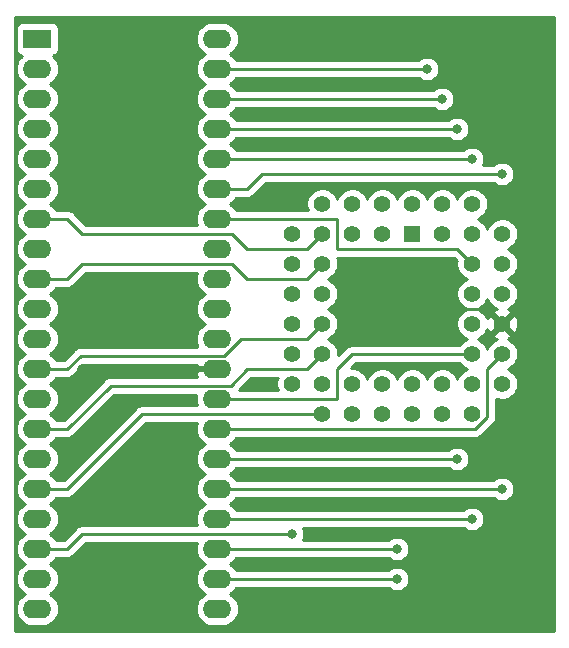
<source format=gbr>
G04 #@! TF.GenerationSoftware,KiCad,Pcbnew,(5.1.4)-1*
G04 #@! TF.CreationDate,2020-01-28T22:58:31+09:00*
G04 #@! TF.ProjectId,PLCC2DIP40,504c4343-3244-4495-9034-302e6b696361,rev?*
G04 #@! TF.SameCoordinates,Original*
G04 #@! TF.FileFunction,Copper,L2,Bot*
G04 #@! TF.FilePolarity,Positive*
%FSLAX46Y46*%
G04 Gerber Fmt 4.6, Leading zero omitted, Abs format (unit mm)*
G04 Created by KiCad (PCBNEW (5.1.4)-1) date 2020-01-28 22:58:31*
%MOMM*%
%LPD*%
G04 APERTURE LIST*
%ADD10R,2.400000X1.600000*%
%ADD11O,2.400000X1.600000*%
%ADD12R,1.422400X1.422400*%
%ADD13C,1.422400*%
%ADD14C,0.800000*%
%ADD15C,0.250000*%
%ADD16C,0.254000*%
G04 APERTURE END LIST*
D10*
X39370000Y-26670000D03*
D11*
X54610000Y-74930000D03*
X39370000Y-29210000D03*
X54610000Y-72390000D03*
X39370000Y-31750000D03*
X54610000Y-69850000D03*
X39370000Y-34290000D03*
X54610000Y-67310000D03*
X39370000Y-36830000D03*
X54610000Y-64770000D03*
X39370000Y-39370000D03*
X54610000Y-62230000D03*
X39370000Y-41910000D03*
X54610000Y-59690000D03*
X39370000Y-44450000D03*
X54610000Y-57150000D03*
X39370000Y-46990000D03*
X54610000Y-54610000D03*
X39370000Y-49530000D03*
X54610000Y-52070000D03*
X39370000Y-52070000D03*
X54610000Y-49530000D03*
X39370000Y-54610000D03*
X54610000Y-46990000D03*
X39370000Y-57150000D03*
X54610000Y-44450000D03*
X39370000Y-59690000D03*
X54610000Y-41910000D03*
X39370000Y-62230000D03*
X54610000Y-39370000D03*
X39370000Y-64770000D03*
X54610000Y-36830000D03*
X39370000Y-67310000D03*
X54610000Y-34290000D03*
X39370000Y-69850000D03*
X54610000Y-31750000D03*
X39370000Y-72390000D03*
X54610000Y-29210000D03*
X39370000Y-74930000D03*
X54610000Y-26670000D03*
D12*
X71120000Y-43180000D03*
D13*
X68580000Y-43180000D03*
X66040000Y-43180000D03*
X73660000Y-43180000D03*
X76200000Y-43180000D03*
X68580000Y-40640000D03*
X66040000Y-40640000D03*
X63500000Y-40640000D03*
X71120000Y-40640000D03*
X73660000Y-40640000D03*
X63500000Y-43180000D03*
X63500000Y-45720000D03*
X63500000Y-48260000D03*
X63500000Y-50800000D03*
X63500000Y-53340000D03*
X60960000Y-43180000D03*
X60960000Y-45720000D03*
X60960000Y-48260000D03*
X60960000Y-50800000D03*
X60960000Y-53340000D03*
X60960000Y-55880000D03*
X63500000Y-55880000D03*
X66040000Y-55880000D03*
X68580000Y-55880000D03*
X71120000Y-55880000D03*
X73660000Y-55880000D03*
X78740000Y-55880000D03*
X63500000Y-58420000D03*
X66040000Y-58420000D03*
X68580000Y-58420000D03*
X71120000Y-58420000D03*
X73660000Y-58420000D03*
X76200000Y-58420000D03*
X76200000Y-55880000D03*
X76200000Y-53340000D03*
X76200000Y-50800000D03*
X76200000Y-48260000D03*
X76200000Y-45720000D03*
X76200000Y-40640000D03*
X78740000Y-53340000D03*
X78740000Y-50800000D03*
X78740000Y-48260000D03*
X78740000Y-45720000D03*
X78740000Y-43180000D03*
D14*
X69850000Y-72390000D03*
X69850000Y-69850000D03*
X76200000Y-67310000D03*
X76200000Y-67310000D03*
X78740000Y-64770000D03*
X74930000Y-62230000D03*
X45720000Y-58420000D03*
X69850000Y-54610000D03*
X50800000Y-59690000D03*
X58420000Y-55880000D03*
X73660000Y-48260000D03*
X71120000Y-50800000D03*
X43180000Y-54610000D03*
X50800000Y-52070000D03*
X50800000Y-49530000D03*
X50800000Y-46990000D03*
X41910000Y-40640000D03*
X50800000Y-39370000D03*
X50800000Y-36830000D03*
X50800000Y-34290000D03*
X50800000Y-31750000D03*
X50800000Y-29210000D03*
X66040000Y-33020000D03*
X67310000Y-30480000D03*
X64770000Y-35560000D03*
X59690000Y-39370000D03*
X50800000Y-63500000D03*
X50800000Y-63500000D03*
X50800000Y-67310000D03*
X50800000Y-73660000D03*
X58420000Y-63500000D03*
X58420000Y-71120000D03*
X63500000Y-60960000D03*
X68580000Y-27940000D03*
X71120000Y-45720000D03*
X63500000Y-71120000D03*
X78740000Y-38100000D03*
X76200000Y-36830000D03*
X74930000Y-34290000D03*
X74930000Y-34290000D03*
X60960000Y-68580000D03*
X73660000Y-31750000D03*
X72390000Y-29210000D03*
D15*
X69850000Y-72390000D02*
X54610000Y-72390000D01*
X69850000Y-69850000D02*
X54610000Y-69850000D01*
X76200000Y-67310000D02*
X54610000Y-67310000D01*
X54610000Y-64770000D02*
X78740000Y-64770000D01*
X74930000Y-62230000D02*
X54610000Y-62230000D01*
X63500000Y-43180000D02*
X62230000Y-44450000D01*
X62230000Y-44450000D02*
X57150000Y-44450000D01*
X57150000Y-44450000D02*
X55880000Y-43180000D01*
X55880000Y-43180000D02*
X43180000Y-43180000D01*
X41910000Y-41910000D02*
X39370000Y-41910000D01*
X43180000Y-43180000D02*
X41910000Y-41910000D01*
X54610000Y-59690000D02*
X76463578Y-59690000D01*
X76463578Y-59690000D02*
X77470000Y-58683578D01*
X77470000Y-54610000D02*
X78740000Y-53340000D01*
X77470000Y-58683578D02*
X77470000Y-54610000D01*
X76200000Y-53340000D02*
X66040000Y-53340000D01*
X66040000Y-53340000D02*
X64770000Y-54610000D01*
X64770000Y-54610000D02*
X64770000Y-57150000D01*
X64770000Y-57150000D02*
X54610000Y-57150000D01*
X63500000Y-45720000D02*
X62230000Y-46990000D01*
X62230000Y-46990000D02*
X57150000Y-46990000D01*
X57150000Y-46990000D02*
X55880000Y-45720000D01*
X55880000Y-45720000D02*
X43180000Y-45720000D01*
X43180000Y-45720000D02*
X41910000Y-46990000D01*
X41910000Y-46990000D02*
X39370000Y-46990000D01*
X78740000Y-50800000D02*
X77470000Y-49530000D01*
X77470000Y-49530000D02*
X74930000Y-49530000D01*
X74930000Y-49530000D02*
X73660000Y-48260000D01*
X73660000Y-48260000D02*
X71120000Y-50800000D01*
X73660000Y-48260000D02*
X73660000Y-48260000D01*
X71120000Y-50800000D02*
X71120000Y-50800000D01*
X55186014Y-53484990D02*
X43035010Y-53484990D01*
X56601004Y-52070000D02*
X55186014Y-53484990D01*
X63500000Y-50800000D02*
X62230000Y-52070000D01*
X62230000Y-52070000D02*
X56601004Y-52070000D01*
X41910000Y-54610000D02*
X39370000Y-54610000D01*
X43035010Y-53484990D02*
X41910000Y-54610000D01*
X63500000Y-53340000D02*
X62230000Y-54610000D01*
X62230000Y-54610000D02*
X57150000Y-54610000D01*
X55735010Y-56024990D02*
X45575010Y-56024990D01*
X57150000Y-54610000D02*
X55735010Y-56024990D01*
X41910000Y-59690000D02*
X39370000Y-59690000D01*
X45575010Y-56024990D02*
X41910000Y-59690000D01*
X54610000Y-41910000D02*
X64770000Y-41910000D01*
X64770000Y-41910000D02*
X64770000Y-44450000D01*
X76200000Y-45720000D02*
X74930000Y-44450000D01*
X74930000Y-44450000D02*
X64770000Y-44450000D01*
X78740000Y-38100000D02*
X58420000Y-38100000D01*
X58420000Y-38100000D02*
X57150000Y-39370000D01*
X57150000Y-39370000D02*
X54610000Y-39370000D01*
X63500000Y-58420000D02*
X48260000Y-58420000D01*
X41910000Y-64770000D02*
X39370000Y-64770000D01*
X48260000Y-58420000D02*
X41910000Y-64770000D01*
X76200000Y-36830000D02*
X54610000Y-36830000D01*
X54610000Y-34290000D02*
X74930000Y-34290000D01*
X60960000Y-68580000D02*
X43180000Y-68580000D01*
X41910000Y-69850000D02*
X39370000Y-69850000D01*
X43180000Y-68580000D02*
X41910000Y-69850000D01*
X73660000Y-31750000D02*
X54610000Y-31750000D01*
X72390000Y-29210000D02*
X54610000Y-29210000D01*
D16*
G36*
X83160001Y-76810000D02*
G01*
X37490000Y-76810000D01*
X37490000Y-29210000D01*
X37528057Y-29210000D01*
X37555764Y-29491309D01*
X37637818Y-29761808D01*
X37771068Y-30011101D01*
X37950392Y-30229608D01*
X38168899Y-30408932D01*
X38301858Y-30480000D01*
X38168899Y-30551068D01*
X37950392Y-30730392D01*
X37771068Y-30948899D01*
X37637818Y-31198192D01*
X37555764Y-31468691D01*
X37528057Y-31750000D01*
X37555764Y-32031309D01*
X37637818Y-32301808D01*
X37771068Y-32551101D01*
X37950392Y-32769608D01*
X38168899Y-32948932D01*
X38301858Y-33020000D01*
X38168899Y-33091068D01*
X37950392Y-33270392D01*
X37771068Y-33488899D01*
X37637818Y-33738192D01*
X37555764Y-34008691D01*
X37528057Y-34290000D01*
X37555764Y-34571309D01*
X37637818Y-34841808D01*
X37771068Y-35091101D01*
X37950392Y-35309608D01*
X38168899Y-35488932D01*
X38301858Y-35560000D01*
X38168899Y-35631068D01*
X37950392Y-35810392D01*
X37771068Y-36028899D01*
X37637818Y-36278192D01*
X37555764Y-36548691D01*
X37528057Y-36830000D01*
X37555764Y-37111309D01*
X37637818Y-37381808D01*
X37771068Y-37631101D01*
X37950392Y-37849608D01*
X38168899Y-38028932D01*
X38301858Y-38100000D01*
X38168899Y-38171068D01*
X37950392Y-38350392D01*
X37771068Y-38568899D01*
X37637818Y-38818192D01*
X37555764Y-39088691D01*
X37528057Y-39370000D01*
X37555764Y-39651309D01*
X37637818Y-39921808D01*
X37771068Y-40171101D01*
X37950392Y-40389608D01*
X38168899Y-40568932D01*
X38301858Y-40640000D01*
X38168899Y-40711068D01*
X37950392Y-40890392D01*
X37771068Y-41108899D01*
X37637818Y-41358192D01*
X37555764Y-41628691D01*
X37528057Y-41910000D01*
X37555764Y-42191309D01*
X37637818Y-42461808D01*
X37771068Y-42711101D01*
X37950392Y-42929608D01*
X38168899Y-43108932D01*
X38301858Y-43180000D01*
X38168899Y-43251068D01*
X37950392Y-43430392D01*
X37771068Y-43648899D01*
X37637818Y-43898192D01*
X37555764Y-44168691D01*
X37528057Y-44450000D01*
X37555764Y-44731309D01*
X37637818Y-45001808D01*
X37771068Y-45251101D01*
X37950392Y-45469608D01*
X38168899Y-45648932D01*
X38301858Y-45720000D01*
X38168899Y-45791068D01*
X37950392Y-45970392D01*
X37771068Y-46188899D01*
X37637818Y-46438192D01*
X37555764Y-46708691D01*
X37528057Y-46990000D01*
X37555764Y-47271309D01*
X37637818Y-47541808D01*
X37771068Y-47791101D01*
X37950392Y-48009608D01*
X38168899Y-48188932D01*
X38301858Y-48260000D01*
X38168899Y-48331068D01*
X37950392Y-48510392D01*
X37771068Y-48728899D01*
X37637818Y-48978192D01*
X37555764Y-49248691D01*
X37528057Y-49530000D01*
X37555764Y-49811309D01*
X37637818Y-50081808D01*
X37771068Y-50331101D01*
X37950392Y-50549608D01*
X38168899Y-50728932D01*
X38301858Y-50800000D01*
X38168899Y-50871068D01*
X37950392Y-51050392D01*
X37771068Y-51268899D01*
X37637818Y-51518192D01*
X37555764Y-51788691D01*
X37528057Y-52070000D01*
X37555764Y-52351309D01*
X37637818Y-52621808D01*
X37771068Y-52871101D01*
X37950392Y-53089608D01*
X38168899Y-53268932D01*
X38301858Y-53340000D01*
X38168899Y-53411068D01*
X37950392Y-53590392D01*
X37771068Y-53808899D01*
X37637818Y-54058192D01*
X37555764Y-54328691D01*
X37528057Y-54610000D01*
X37555764Y-54891309D01*
X37637818Y-55161808D01*
X37771068Y-55411101D01*
X37950392Y-55629608D01*
X38168899Y-55808932D01*
X38301858Y-55880000D01*
X38168899Y-55951068D01*
X37950392Y-56130392D01*
X37771068Y-56348899D01*
X37637818Y-56598192D01*
X37555764Y-56868691D01*
X37528057Y-57150000D01*
X37555764Y-57431309D01*
X37637818Y-57701808D01*
X37771068Y-57951101D01*
X37950392Y-58169608D01*
X38168899Y-58348932D01*
X38301858Y-58420000D01*
X38168899Y-58491068D01*
X37950392Y-58670392D01*
X37771068Y-58888899D01*
X37637818Y-59138192D01*
X37555764Y-59408691D01*
X37528057Y-59690000D01*
X37555764Y-59971309D01*
X37637818Y-60241808D01*
X37771068Y-60491101D01*
X37950392Y-60709608D01*
X38168899Y-60888932D01*
X38301858Y-60960000D01*
X38168899Y-61031068D01*
X37950392Y-61210392D01*
X37771068Y-61428899D01*
X37637818Y-61678192D01*
X37555764Y-61948691D01*
X37528057Y-62230000D01*
X37555764Y-62511309D01*
X37637818Y-62781808D01*
X37771068Y-63031101D01*
X37950392Y-63249608D01*
X38168899Y-63428932D01*
X38301858Y-63500000D01*
X38168899Y-63571068D01*
X37950392Y-63750392D01*
X37771068Y-63968899D01*
X37637818Y-64218192D01*
X37555764Y-64488691D01*
X37528057Y-64770000D01*
X37555764Y-65051309D01*
X37637818Y-65321808D01*
X37771068Y-65571101D01*
X37950392Y-65789608D01*
X38168899Y-65968932D01*
X38301858Y-66040000D01*
X38168899Y-66111068D01*
X37950392Y-66290392D01*
X37771068Y-66508899D01*
X37637818Y-66758192D01*
X37555764Y-67028691D01*
X37528057Y-67310000D01*
X37555764Y-67591309D01*
X37637818Y-67861808D01*
X37771068Y-68111101D01*
X37950392Y-68329608D01*
X38168899Y-68508932D01*
X38301858Y-68580000D01*
X38168899Y-68651068D01*
X37950392Y-68830392D01*
X37771068Y-69048899D01*
X37637818Y-69298192D01*
X37555764Y-69568691D01*
X37528057Y-69850000D01*
X37555764Y-70131309D01*
X37637818Y-70401808D01*
X37771068Y-70651101D01*
X37950392Y-70869608D01*
X38168899Y-71048932D01*
X38301858Y-71120000D01*
X38168899Y-71191068D01*
X37950392Y-71370392D01*
X37771068Y-71588899D01*
X37637818Y-71838192D01*
X37555764Y-72108691D01*
X37528057Y-72390000D01*
X37555764Y-72671309D01*
X37637818Y-72941808D01*
X37771068Y-73191101D01*
X37950392Y-73409608D01*
X38168899Y-73588932D01*
X38301858Y-73660000D01*
X38168899Y-73731068D01*
X37950392Y-73910392D01*
X37771068Y-74128899D01*
X37637818Y-74378192D01*
X37555764Y-74648691D01*
X37528057Y-74930000D01*
X37555764Y-75211309D01*
X37637818Y-75481808D01*
X37771068Y-75731101D01*
X37950392Y-75949608D01*
X38168899Y-76128932D01*
X38418192Y-76262182D01*
X38688691Y-76344236D01*
X38899508Y-76365000D01*
X39840492Y-76365000D01*
X40051309Y-76344236D01*
X40321808Y-76262182D01*
X40571101Y-76128932D01*
X40789608Y-75949608D01*
X40968932Y-75731101D01*
X41102182Y-75481808D01*
X41184236Y-75211309D01*
X41211943Y-74930000D01*
X41184236Y-74648691D01*
X41102182Y-74378192D01*
X40968932Y-74128899D01*
X40789608Y-73910392D01*
X40571101Y-73731068D01*
X40438142Y-73660000D01*
X40571101Y-73588932D01*
X40789608Y-73409608D01*
X40968932Y-73191101D01*
X41102182Y-72941808D01*
X41184236Y-72671309D01*
X41211943Y-72390000D01*
X41184236Y-72108691D01*
X41102182Y-71838192D01*
X40968932Y-71588899D01*
X40789608Y-71370392D01*
X40571101Y-71191068D01*
X40438142Y-71120000D01*
X40571101Y-71048932D01*
X40789608Y-70869608D01*
X40968932Y-70651101D01*
X40990901Y-70610000D01*
X41872678Y-70610000D01*
X41910000Y-70613676D01*
X41947322Y-70610000D01*
X41947333Y-70610000D01*
X42058986Y-70599003D01*
X42202247Y-70555546D01*
X42334276Y-70484974D01*
X42450001Y-70390001D01*
X42473804Y-70360997D01*
X43494802Y-69340000D01*
X52865136Y-69340000D01*
X52795764Y-69568691D01*
X52768057Y-69850000D01*
X52795764Y-70131309D01*
X52877818Y-70401808D01*
X53011068Y-70651101D01*
X53190392Y-70869608D01*
X53408899Y-71048932D01*
X53541858Y-71120000D01*
X53408899Y-71191068D01*
X53190392Y-71370392D01*
X53011068Y-71588899D01*
X52877818Y-71838192D01*
X52795764Y-72108691D01*
X52768057Y-72390000D01*
X52795764Y-72671309D01*
X52877818Y-72941808D01*
X53011068Y-73191101D01*
X53190392Y-73409608D01*
X53408899Y-73588932D01*
X53541858Y-73660000D01*
X53408899Y-73731068D01*
X53190392Y-73910392D01*
X53011068Y-74128899D01*
X52877818Y-74378192D01*
X52795764Y-74648691D01*
X52768057Y-74930000D01*
X52795764Y-75211309D01*
X52877818Y-75481808D01*
X53011068Y-75731101D01*
X53190392Y-75949608D01*
X53408899Y-76128932D01*
X53658192Y-76262182D01*
X53928691Y-76344236D01*
X54139508Y-76365000D01*
X55080492Y-76365000D01*
X55291309Y-76344236D01*
X55561808Y-76262182D01*
X55811101Y-76128932D01*
X56029608Y-75949608D01*
X56208932Y-75731101D01*
X56342182Y-75481808D01*
X56424236Y-75211309D01*
X56451943Y-74930000D01*
X56424236Y-74648691D01*
X56342182Y-74378192D01*
X56208932Y-74128899D01*
X56029608Y-73910392D01*
X55811101Y-73731068D01*
X55678142Y-73660000D01*
X55811101Y-73588932D01*
X56029608Y-73409608D01*
X56208932Y-73191101D01*
X56230901Y-73150000D01*
X69146289Y-73150000D01*
X69190226Y-73193937D01*
X69359744Y-73307205D01*
X69548102Y-73385226D01*
X69748061Y-73425000D01*
X69951939Y-73425000D01*
X70151898Y-73385226D01*
X70340256Y-73307205D01*
X70509774Y-73193937D01*
X70653937Y-73049774D01*
X70767205Y-72880256D01*
X70845226Y-72691898D01*
X70885000Y-72491939D01*
X70885000Y-72288061D01*
X70845226Y-72088102D01*
X70767205Y-71899744D01*
X70653937Y-71730226D01*
X70509774Y-71586063D01*
X70340256Y-71472795D01*
X70151898Y-71394774D01*
X69951939Y-71355000D01*
X69748061Y-71355000D01*
X69548102Y-71394774D01*
X69359744Y-71472795D01*
X69190226Y-71586063D01*
X69146289Y-71630000D01*
X56230901Y-71630000D01*
X56208932Y-71588899D01*
X56029608Y-71370392D01*
X55811101Y-71191068D01*
X55678142Y-71120000D01*
X55811101Y-71048932D01*
X56029608Y-70869608D01*
X56208932Y-70651101D01*
X56230901Y-70610000D01*
X69146289Y-70610000D01*
X69190226Y-70653937D01*
X69359744Y-70767205D01*
X69548102Y-70845226D01*
X69748061Y-70885000D01*
X69951939Y-70885000D01*
X70151898Y-70845226D01*
X70340256Y-70767205D01*
X70509774Y-70653937D01*
X70653937Y-70509774D01*
X70767205Y-70340256D01*
X70845226Y-70151898D01*
X70885000Y-69951939D01*
X70885000Y-69748061D01*
X70845226Y-69548102D01*
X70767205Y-69359744D01*
X70653937Y-69190226D01*
X70509774Y-69046063D01*
X70340256Y-68932795D01*
X70151898Y-68854774D01*
X69951939Y-68815000D01*
X69748061Y-68815000D01*
X69548102Y-68854774D01*
X69359744Y-68932795D01*
X69190226Y-69046063D01*
X69146289Y-69090000D01*
X61864013Y-69090000D01*
X61877205Y-69070256D01*
X61955226Y-68881898D01*
X61995000Y-68681939D01*
X61995000Y-68478061D01*
X61955226Y-68278102D01*
X61877205Y-68089744D01*
X61864013Y-68070000D01*
X75496289Y-68070000D01*
X75540226Y-68113937D01*
X75709744Y-68227205D01*
X75898102Y-68305226D01*
X76098061Y-68345000D01*
X76301939Y-68345000D01*
X76501898Y-68305226D01*
X76690256Y-68227205D01*
X76859774Y-68113937D01*
X77003937Y-67969774D01*
X77117205Y-67800256D01*
X77195226Y-67611898D01*
X77235000Y-67411939D01*
X77235000Y-67208061D01*
X77195226Y-67008102D01*
X77117205Y-66819744D01*
X77003937Y-66650226D01*
X76859774Y-66506063D01*
X76690256Y-66392795D01*
X76501898Y-66314774D01*
X76301939Y-66275000D01*
X76098061Y-66275000D01*
X75898102Y-66314774D01*
X75709744Y-66392795D01*
X75540226Y-66506063D01*
X75496289Y-66550000D01*
X56230901Y-66550000D01*
X56208932Y-66508899D01*
X56029608Y-66290392D01*
X55811101Y-66111068D01*
X55678142Y-66040000D01*
X55811101Y-65968932D01*
X56029608Y-65789608D01*
X56208932Y-65571101D01*
X56230901Y-65530000D01*
X78036289Y-65530000D01*
X78080226Y-65573937D01*
X78249744Y-65687205D01*
X78438102Y-65765226D01*
X78638061Y-65805000D01*
X78841939Y-65805000D01*
X79041898Y-65765226D01*
X79230256Y-65687205D01*
X79399774Y-65573937D01*
X79543937Y-65429774D01*
X79657205Y-65260256D01*
X79735226Y-65071898D01*
X79775000Y-64871939D01*
X79775000Y-64668061D01*
X79735226Y-64468102D01*
X79657205Y-64279744D01*
X79543937Y-64110226D01*
X79399774Y-63966063D01*
X79230256Y-63852795D01*
X79041898Y-63774774D01*
X78841939Y-63735000D01*
X78638061Y-63735000D01*
X78438102Y-63774774D01*
X78249744Y-63852795D01*
X78080226Y-63966063D01*
X78036289Y-64010000D01*
X56230901Y-64010000D01*
X56208932Y-63968899D01*
X56029608Y-63750392D01*
X55811101Y-63571068D01*
X55678142Y-63500000D01*
X55811101Y-63428932D01*
X56029608Y-63249608D01*
X56208932Y-63031101D01*
X56230901Y-62990000D01*
X74226289Y-62990000D01*
X74270226Y-63033937D01*
X74439744Y-63147205D01*
X74628102Y-63225226D01*
X74828061Y-63265000D01*
X75031939Y-63265000D01*
X75231898Y-63225226D01*
X75420256Y-63147205D01*
X75589774Y-63033937D01*
X75733937Y-62889774D01*
X75847205Y-62720256D01*
X75925226Y-62531898D01*
X75965000Y-62331939D01*
X75965000Y-62128061D01*
X75925226Y-61928102D01*
X75847205Y-61739744D01*
X75733937Y-61570226D01*
X75589774Y-61426063D01*
X75420256Y-61312795D01*
X75231898Y-61234774D01*
X75031939Y-61195000D01*
X74828061Y-61195000D01*
X74628102Y-61234774D01*
X74439744Y-61312795D01*
X74270226Y-61426063D01*
X74226289Y-61470000D01*
X56230901Y-61470000D01*
X56208932Y-61428899D01*
X56029608Y-61210392D01*
X55811101Y-61031068D01*
X55678142Y-60960000D01*
X55811101Y-60888932D01*
X56029608Y-60709608D01*
X56208932Y-60491101D01*
X56230901Y-60450000D01*
X76426256Y-60450000D01*
X76463578Y-60453676D01*
X76500900Y-60450000D01*
X76500911Y-60450000D01*
X76612564Y-60439003D01*
X76755825Y-60395546D01*
X76887854Y-60324974D01*
X77003579Y-60230001D01*
X77027382Y-60200998D01*
X77981004Y-59247376D01*
X78010001Y-59223579D01*
X78104974Y-59107854D01*
X78175546Y-58975825D01*
X78219003Y-58832564D01*
X78230000Y-58720911D01*
X78230000Y-58720903D01*
X78233676Y-58683578D01*
X78230000Y-58646253D01*
X78230000Y-57125868D01*
X78347328Y-57174467D01*
X78607411Y-57226200D01*
X78872589Y-57226200D01*
X79132672Y-57174467D01*
X79377665Y-57072987D01*
X79598153Y-56925662D01*
X79785662Y-56738153D01*
X79932987Y-56517665D01*
X80034467Y-56272672D01*
X80086200Y-56012589D01*
X80086200Y-55747411D01*
X80034467Y-55487328D01*
X79932987Y-55242335D01*
X79785662Y-55021847D01*
X79598153Y-54834338D01*
X79377665Y-54687013D01*
X79191740Y-54610000D01*
X79377665Y-54532987D01*
X79598153Y-54385662D01*
X79785662Y-54198153D01*
X79932987Y-53977665D01*
X80034467Y-53732672D01*
X80086200Y-53472589D01*
X80086200Y-53207411D01*
X80034467Y-52947328D01*
X79932987Y-52702335D01*
X79785662Y-52481847D01*
X79598153Y-52294338D01*
X79377665Y-52147013D01*
X79189400Y-52069031D01*
X79325280Y-52019542D01*
X79428848Y-51964183D01*
X79489668Y-51729273D01*
X78740000Y-50979605D01*
X77990332Y-51729273D01*
X78051152Y-51964183D01*
X78282934Y-52072206D01*
X78102335Y-52147013D01*
X77881847Y-52294338D01*
X77694338Y-52481847D01*
X77547013Y-52702335D01*
X77470000Y-52888260D01*
X77392987Y-52702335D01*
X77245662Y-52481847D01*
X77058153Y-52294338D01*
X76837665Y-52147013D01*
X76651740Y-52070000D01*
X76837665Y-51992987D01*
X77058153Y-51845662D01*
X77245662Y-51658153D01*
X77392987Y-51437665D01*
X77470969Y-51249400D01*
X77520458Y-51385280D01*
X77575817Y-51488848D01*
X77810727Y-51549668D01*
X78560395Y-50800000D01*
X78919605Y-50800000D01*
X79669273Y-51549668D01*
X79904183Y-51488848D01*
X80016202Y-51248491D01*
X80079176Y-50990898D01*
X80090687Y-50725970D01*
X80050291Y-50463887D01*
X79959542Y-50214720D01*
X79904183Y-50111152D01*
X79669273Y-50050332D01*
X78919605Y-50800000D01*
X78560395Y-50800000D01*
X77810727Y-50050332D01*
X77575817Y-50111152D01*
X77467794Y-50342934D01*
X77392987Y-50162335D01*
X77245662Y-49941847D01*
X77058153Y-49754338D01*
X76837665Y-49607013D01*
X76651740Y-49530000D01*
X76837665Y-49452987D01*
X77058153Y-49305662D01*
X77245662Y-49118153D01*
X77392987Y-48897665D01*
X77470000Y-48711740D01*
X77547013Y-48897665D01*
X77694338Y-49118153D01*
X77881847Y-49305662D01*
X78102335Y-49452987D01*
X78290600Y-49530969D01*
X78154720Y-49580458D01*
X78051152Y-49635817D01*
X77990332Y-49870727D01*
X78740000Y-50620395D01*
X79489668Y-49870727D01*
X79428848Y-49635817D01*
X79197066Y-49527794D01*
X79377665Y-49452987D01*
X79598153Y-49305662D01*
X79785662Y-49118153D01*
X79932987Y-48897665D01*
X80034467Y-48652672D01*
X80086200Y-48392589D01*
X80086200Y-48127411D01*
X80034467Y-47867328D01*
X79932987Y-47622335D01*
X79785662Y-47401847D01*
X79598153Y-47214338D01*
X79377665Y-47067013D01*
X79191740Y-46990000D01*
X79377665Y-46912987D01*
X79598153Y-46765662D01*
X79785662Y-46578153D01*
X79932987Y-46357665D01*
X80034467Y-46112672D01*
X80086200Y-45852589D01*
X80086200Y-45587411D01*
X80034467Y-45327328D01*
X79932987Y-45082335D01*
X79785662Y-44861847D01*
X79598153Y-44674338D01*
X79377665Y-44527013D01*
X79191740Y-44450000D01*
X79377665Y-44372987D01*
X79598153Y-44225662D01*
X79785662Y-44038153D01*
X79932987Y-43817665D01*
X80034467Y-43572672D01*
X80086200Y-43312589D01*
X80086200Y-43047411D01*
X80034467Y-42787328D01*
X79932987Y-42542335D01*
X79785662Y-42321847D01*
X79598153Y-42134338D01*
X79377665Y-41987013D01*
X79132672Y-41885533D01*
X78872589Y-41833800D01*
X78607411Y-41833800D01*
X78347328Y-41885533D01*
X78102335Y-41987013D01*
X77881847Y-42134338D01*
X77694338Y-42321847D01*
X77547013Y-42542335D01*
X77470000Y-42728260D01*
X77392987Y-42542335D01*
X77245662Y-42321847D01*
X77058153Y-42134338D01*
X76837665Y-41987013D01*
X76651740Y-41910000D01*
X76837665Y-41832987D01*
X77058153Y-41685662D01*
X77245662Y-41498153D01*
X77392987Y-41277665D01*
X77494467Y-41032672D01*
X77546200Y-40772589D01*
X77546200Y-40507411D01*
X77494467Y-40247328D01*
X77392987Y-40002335D01*
X77245662Y-39781847D01*
X77058153Y-39594338D01*
X76837665Y-39447013D01*
X76592672Y-39345533D01*
X76332589Y-39293800D01*
X76067411Y-39293800D01*
X75807328Y-39345533D01*
X75562335Y-39447013D01*
X75341847Y-39594338D01*
X75154338Y-39781847D01*
X75007013Y-40002335D01*
X74930000Y-40188260D01*
X74852987Y-40002335D01*
X74705662Y-39781847D01*
X74518153Y-39594338D01*
X74297665Y-39447013D01*
X74052672Y-39345533D01*
X73792589Y-39293800D01*
X73527411Y-39293800D01*
X73267328Y-39345533D01*
X73022335Y-39447013D01*
X72801847Y-39594338D01*
X72614338Y-39781847D01*
X72467013Y-40002335D01*
X72390000Y-40188260D01*
X72312987Y-40002335D01*
X72165662Y-39781847D01*
X71978153Y-39594338D01*
X71757665Y-39447013D01*
X71512672Y-39345533D01*
X71252589Y-39293800D01*
X70987411Y-39293800D01*
X70727328Y-39345533D01*
X70482335Y-39447013D01*
X70261847Y-39594338D01*
X70074338Y-39781847D01*
X69927013Y-40002335D01*
X69850000Y-40188260D01*
X69772987Y-40002335D01*
X69625662Y-39781847D01*
X69438153Y-39594338D01*
X69217665Y-39447013D01*
X68972672Y-39345533D01*
X68712589Y-39293800D01*
X68447411Y-39293800D01*
X68187328Y-39345533D01*
X67942335Y-39447013D01*
X67721847Y-39594338D01*
X67534338Y-39781847D01*
X67387013Y-40002335D01*
X67310000Y-40188260D01*
X67232987Y-40002335D01*
X67085662Y-39781847D01*
X66898153Y-39594338D01*
X66677665Y-39447013D01*
X66432672Y-39345533D01*
X66172589Y-39293800D01*
X65907411Y-39293800D01*
X65647328Y-39345533D01*
X65402335Y-39447013D01*
X65181847Y-39594338D01*
X64994338Y-39781847D01*
X64847013Y-40002335D01*
X64770000Y-40188260D01*
X64692987Y-40002335D01*
X64545662Y-39781847D01*
X64358153Y-39594338D01*
X64137665Y-39447013D01*
X63892672Y-39345533D01*
X63632589Y-39293800D01*
X63367411Y-39293800D01*
X63107328Y-39345533D01*
X62862335Y-39447013D01*
X62641847Y-39594338D01*
X62454338Y-39781847D01*
X62307013Y-40002335D01*
X62205533Y-40247328D01*
X62153800Y-40507411D01*
X62153800Y-40772589D01*
X62205533Y-41032672D01*
X62254132Y-41150000D01*
X56230901Y-41150000D01*
X56208932Y-41108899D01*
X56029608Y-40890392D01*
X55811101Y-40711068D01*
X55678142Y-40640000D01*
X55811101Y-40568932D01*
X56029608Y-40389608D01*
X56208932Y-40171101D01*
X56230901Y-40130000D01*
X57112678Y-40130000D01*
X57150000Y-40133676D01*
X57187322Y-40130000D01*
X57187333Y-40130000D01*
X57298986Y-40119003D01*
X57442247Y-40075546D01*
X57574276Y-40004974D01*
X57690001Y-39910001D01*
X57713804Y-39880997D01*
X58734802Y-38860000D01*
X78036289Y-38860000D01*
X78080226Y-38903937D01*
X78249744Y-39017205D01*
X78438102Y-39095226D01*
X78638061Y-39135000D01*
X78841939Y-39135000D01*
X79041898Y-39095226D01*
X79230256Y-39017205D01*
X79399774Y-38903937D01*
X79543937Y-38759774D01*
X79657205Y-38590256D01*
X79735226Y-38401898D01*
X79775000Y-38201939D01*
X79775000Y-37998061D01*
X79735226Y-37798102D01*
X79657205Y-37609744D01*
X79543937Y-37440226D01*
X79399774Y-37296063D01*
X79230256Y-37182795D01*
X79041898Y-37104774D01*
X78841939Y-37065000D01*
X78638061Y-37065000D01*
X78438102Y-37104774D01*
X78249744Y-37182795D01*
X78080226Y-37296063D01*
X78036289Y-37340000D01*
X77104013Y-37340000D01*
X77117205Y-37320256D01*
X77195226Y-37131898D01*
X77235000Y-36931939D01*
X77235000Y-36728061D01*
X77195226Y-36528102D01*
X77117205Y-36339744D01*
X77003937Y-36170226D01*
X76859774Y-36026063D01*
X76690256Y-35912795D01*
X76501898Y-35834774D01*
X76301939Y-35795000D01*
X76098061Y-35795000D01*
X75898102Y-35834774D01*
X75709744Y-35912795D01*
X75540226Y-36026063D01*
X75496289Y-36070000D01*
X56230901Y-36070000D01*
X56208932Y-36028899D01*
X56029608Y-35810392D01*
X55811101Y-35631068D01*
X55678142Y-35560000D01*
X55811101Y-35488932D01*
X56029608Y-35309608D01*
X56208932Y-35091101D01*
X56230901Y-35050000D01*
X74226289Y-35050000D01*
X74270226Y-35093937D01*
X74439744Y-35207205D01*
X74628102Y-35285226D01*
X74828061Y-35325000D01*
X75031939Y-35325000D01*
X75231898Y-35285226D01*
X75420256Y-35207205D01*
X75589774Y-35093937D01*
X75733937Y-34949774D01*
X75847205Y-34780256D01*
X75925226Y-34591898D01*
X75965000Y-34391939D01*
X75965000Y-34188061D01*
X75925226Y-33988102D01*
X75847205Y-33799744D01*
X75733937Y-33630226D01*
X75589774Y-33486063D01*
X75420256Y-33372795D01*
X75231898Y-33294774D01*
X75031939Y-33255000D01*
X74828061Y-33255000D01*
X74628102Y-33294774D01*
X74439744Y-33372795D01*
X74270226Y-33486063D01*
X74226289Y-33530000D01*
X56230901Y-33530000D01*
X56208932Y-33488899D01*
X56029608Y-33270392D01*
X55811101Y-33091068D01*
X55678142Y-33020000D01*
X55811101Y-32948932D01*
X56029608Y-32769608D01*
X56208932Y-32551101D01*
X56230901Y-32510000D01*
X72956289Y-32510000D01*
X73000226Y-32553937D01*
X73169744Y-32667205D01*
X73358102Y-32745226D01*
X73558061Y-32785000D01*
X73761939Y-32785000D01*
X73961898Y-32745226D01*
X74150256Y-32667205D01*
X74319774Y-32553937D01*
X74463937Y-32409774D01*
X74577205Y-32240256D01*
X74655226Y-32051898D01*
X74695000Y-31851939D01*
X74695000Y-31648061D01*
X74655226Y-31448102D01*
X74577205Y-31259744D01*
X74463937Y-31090226D01*
X74319774Y-30946063D01*
X74150256Y-30832795D01*
X73961898Y-30754774D01*
X73761939Y-30715000D01*
X73558061Y-30715000D01*
X73358102Y-30754774D01*
X73169744Y-30832795D01*
X73000226Y-30946063D01*
X72956289Y-30990000D01*
X56230901Y-30990000D01*
X56208932Y-30948899D01*
X56029608Y-30730392D01*
X55811101Y-30551068D01*
X55678142Y-30480000D01*
X55811101Y-30408932D01*
X56029608Y-30229608D01*
X56208932Y-30011101D01*
X56230901Y-29970000D01*
X71686289Y-29970000D01*
X71730226Y-30013937D01*
X71899744Y-30127205D01*
X72088102Y-30205226D01*
X72288061Y-30245000D01*
X72491939Y-30245000D01*
X72691898Y-30205226D01*
X72880256Y-30127205D01*
X73049774Y-30013937D01*
X73193937Y-29869774D01*
X73307205Y-29700256D01*
X73385226Y-29511898D01*
X73425000Y-29311939D01*
X73425000Y-29108061D01*
X73385226Y-28908102D01*
X73307205Y-28719744D01*
X73193937Y-28550226D01*
X73049774Y-28406063D01*
X72880256Y-28292795D01*
X72691898Y-28214774D01*
X72491939Y-28175000D01*
X72288061Y-28175000D01*
X72088102Y-28214774D01*
X71899744Y-28292795D01*
X71730226Y-28406063D01*
X71686289Y-28450000D01*
X56230901Y-28450000D01*
X56208932Y-28408899D01*
X56029608Y-28190392D01*
X55811101Y-28011068D01*
X55678142Y-27940000D01*
X55811101Y-27868932D01*
X56029608Y-27689608D01*
X56208932Y-27471101D01*
X56342182Y-27221808D01*
X56424236Y-26951309D01*
X56451943Y-26670000D01*
X56424236Y-26388691D01*
X56342182Y-26118192D01*
X56208932Y-25868899D01*
X56029608Y-25650392D01*
X55811101Y-25471068D01*
X55561808Y-25337818D01*
X55291309Y-25255764D01*
X55080492Y-25235000D01*
X54139508Y-25235000D01*
X53928691Y-25255764D01*
X53658192Y-25337818D01*
X53408899Y-25471068D01*
X53190392Y-25650392D01*
X53011068Y-25868899D01*
X52877818Y-26118192D01*
X52795764Y-26388691D01*
X52768057Y-26670000D01*
X52795764Y-26951309D01*
X52877818Y-27221808D01*
X53011068Y-27471101D01*
X53190392Y-27689608D01*
X53408899Y-27868932D01*
X53541858Y-27940000D01*
X53408899Y-28011068D01*
X53190392Y-28190392D01*
X53011068Y-28408899D01*
X52877818Y-28658192D01*
X52795764Y-28928691D01*
X52768057Y-29210000D01*
X52795764Y-29491309D01*
X52877818Y-29761808D01*
X53011068Y-30011101D01*
X53190392Y-30229608D01*
X53408899Y-30408932D01*
X53541858Y-30480000D01*
X53408899Y-30551068D01*
X53190392Y-30730392D01*
X53011068Y-30948899D01*
X52877818Y-31198192D01*
X52795764Y-31468691D01*
X52768057Y-31750000D01*
X52795764Y-32031309D01*
X52877818Y-32301808D01*
X53011068Y-32551101D01*
X53190392Y-32769608D01*
X53408899Y-32948932D01*
X53541858Y-33020000D01*
X53408899Y-33091068D01*
X53190392Y-33270392D01*
X53011068Y-33488899D01*
X52877818Y-33738192D01*
X52795764Y-34008691D01*
X52768057Y-34290000D01*
X52795764Y-34571309D01*
X52877818Y-34841808D01*
X53011068Y-35091101D01*
X53190392Y-35309608D01*
X53408899Y-35488932D01*
X53541858Y-35560000D01*
X53408899Y-35631068D01*
X53190392Y-35810392D01*
X53011068Y-36028899D01*
X52877818Y-36278192D01*
X52795764Y-36548691D01*
X52768057Y-36830000D01*
X52795764Y-37111309D01*
X52877818Y-37381808D01*
X53011068Y-37631101D01*
X53190392Y-37849608D01*
X53408899Y-38028932D01*
X53541858Y-38100000D01*
X53408899Y-38171068D01*
X53190392Y-38350392D01*
X53011068Y-38568899D01*
X52877818Y-38818192D01*
X52795764Y-39088691D01*
X52768057Y-39370000D01*
X52795764Y-39651309D01*
X52877818Y-39921808D01*
X53011068Y-40171101D01*
X53190392Y-40389608D01*
X53408899Y-40568932D01*
X53541858Y-40640000D01*
X53408899Y-40711068D01*
X53190392Y-40890392D01*
X53011068Y-41108899D01*
X52877818Y-41358192D01*
X52795764Y-41628691D01*
X52768057Y-41910000D01*
X52795764Y-42191309D01*
X52865136Y-42420000D01*
X43494802Y-42420000D01*
X42473804Y-41399003D01*
X42450001Y-41369999D01*
X42334276Y-41275026D01*
X42202247Y-41204454D01*
X42058986Y-41160997D01*
X41947333Y-41150000D01*
X41947322Y-41150000D01*
X41910000Y-41146324D01*
X41872678Y-41150000D01*
X40990901Y-41150000D01*
X40968932Y-41108899D01*
X40789608Y-40890392D01*
X40571101Y-40711068D01*
X40438142Y-40640000D01*
X40571101Y-40568932D01*
X40789608Y-40389608D01*
X40968932Y-40171101D01*
X41102182Y-39921808D01*
X41184236Y-39651309D01*
X41211943Y-39370000D01*
X41184236Y-39088691D01*
X41102182Y-38818192D01*
X40968932Y-38568899D01*
X40789608Y-38350392D01*
X40571101Y-38171068D01*
X40438142Y-38100000D01*
X40571101Y-38028932D01*
X40789608Y-37849608D01*
X40968932Y-37631101D01*
X41102182Y-37381808D01*
X41184236Y-37111309D01*
X41211943Y-36830000D01*
X41184236Y-36548691D01*
X41102182Y-36278192D01*
X40968932Y-36028899D01*
X40789608Y-35810392D01*
X40571101Y-35631068D01*
X40438142Y-35560000D01*
X40571101Y-35488932D01*
X40789608Y-35309608D01*
X40968932Y-35091101D01*
X41102182Y-34841808D01*
X41184236Y-34571309D01*
X41211943Y-34290000D01*
X41184236Y-34008691D01*
X41102182Y-33738192D01*
X40968932Y-33488899D01*
X40789608Y-33270392D01*
X40571101Y-33091068D01*
X40438142Y-33020000D01*
X40571101Y-32948932D01*
X40789608Y-32769608D01*
X40968932Y-32551101D01*
X41102182Y-32301808D01*
X41184236Y-32031309D01*
X41211943Y-31750000D01*
X41184236Y-31468691D01*
X41102182Y-31198192D01*
X40968932Y-30948899D01*
X40789608Y-30730392D01*
X40571101Y-30551068D01*
X40438142Y-30480000D01*
X40571101Y-30408932D01*
X40789608Y-30229608D01*
X40968932Y-30011101D01*
X41102182Y-29761808D01*
X41184236Y-29491309D01*
X41211943Y-29210000D01*
X41184236Y-28928691D01*
X41102182Y-28658192D01*
X40968932Y-28408899D01*
X40789608Y-28190392D01*
X40676518Y-28097581D01*
X40694482Y-28095812D01*
X40814180Y-28059502D01*
X40924494Y-28000537D01*
X41021185Y-27921185D01*
X41100537Y-27824494D01*
X41159502Y-27714180D01*
X41195812Y-27594482D01*
X41208072Y-27470000D01*
X41208072Y-25870000D01*
X41195812Y-25745518D01*
X41159502Y-25625820D01*
X41100537Y-25515506D01*
X41021185Y-25418815D01*
X40924494Y-25339463D01*
X40814180Y-25280498D01*
X40694482Y-25244188D01*
X40570000Y-25231928D01*
X38170000Y-25231928D01*
X38045518Y-25244188D01*
X37925820Y-25280498D01*
X37815506Y-25339463D01*
X37718815Y-25418815D01*
X37639463Y-25515506D01*
X37580498Y-25625820D01*
X37544188Y-25745518D01*
X37531928Y-25870000D01*
X37531928Y-27470000D01*
X37544188Y-27594482D01*
X37580498Y-27714180D01*
X37639463Y-27824494D01*
X37718815Y-27921185D01*
X37815506Y-28000537D01*
X37925820Y-28059502D01*
X38045518Y-28095812D01*
X38063482Y-28097581D01*
X37950392Y-28190392D01*
X37771068Y-28408899D01*
X37637818Y-28658192D01*
X37555764Y-28928691D01*
X37528057Y-29210000D01*
X37490000Y-29210000D01*
X37490000Y-24790000D01*
X83160000Y-24790000D01*
X83160001Y-76810000D01*
X83160001Y-76810000D01*
G37*
X83160001Y-76810000D02*
X37490000Y-76810000D01*
X37490000Y-29210000D01*
X37528057Y-29210000D01*
X37555764Y-29491309D01*
X37637818Y-29761808D01*
X37771068Y-30011101D01*
X37950392Y-30229608D01*
X38168899Y-30408932D01*
X38301858Y-30480000D01*
X38168899Y-30551068D01*
X37950392Y-30730392D01*
X37771068Y-30948899D01*
X37637818Y-31198192D01*
X37555764Y-31468691D01*
X37528057Y-31750000D01*
X37555764Y-32031309D01*
X37637818Y-32301808D01*
X37771068Y-32551101D01*
X37950392Y-32769608D01*
X38168899Y-32948932D01*
X38301858Y-33020000D01*
X38168899Y-33091068D01*
X37950392Y-33270392D01*
X37771068Y-33488899D01*
X37637818Y-33738192D01*
X37555764Y-34008691D01*
X37528057Y-34290000D01*
X37555764Y-34571309D01*
X37637818Y-34841808D01*
X37771068Y-35091101D01*
X37950392Y-35309608D01*
X38168899Y-35488932D01*
X38301858Y-35560000D01*
X38168899Y-35631068D01*
X37950392Y-35810392D01*
X37771068Y-36028899D01*
X37637818Y-36278192D01*
X37555764Y-36548691D01*
X37528057Y-36830000D01*
X37555764Y-37111309D01*
X37637818Y-37381808D01*
X37771068Y-37631101D01*
X37950392Y-37849608D01*
X38168899Y-38028932D01*
X38301858Y-38100000D01*
X38168899Y-38171068D01*
X37950392Y-38350392D01*
X37771068Y-38568899D01*
X37637818Y-38818192D01*
X37555764Y-39088691D01*
X37528057Y-39370000D01*
X37555764Y-39651309D01*
X37637818Y-39921808D01*
X37771068Y-40171101D01*
X37950392Y-40389608D01*
X38168899Y-40568932D01*
X38301858Y-40640000D01*
X38168899Y-40711068D01*
X37950392Y-40890392D01*
X37771068Y-41108899D01*
X37637818Y-41358192D01*
X37555764Y-41628691D01*
X37528057Y-41910000D01*
X37555764Y-42191309D01*
X37637818Y-42461808D01*
X37771068Y-42711101D01*
X37950392Y-42929608D01*
X38168899Y-43108932D01*
X38301858Y-43180000D01*
X38168899Y-43251068D01*
X37950392Y-43430392D01*
X37771068Y-43648899D01*
X37637818Y-43898192D01*
X37555764Y-44168691D01*
X37528057Y-44450000D01*
X37555764Y-44731309D01*
X37637818Y-45001808D01*
X37771068Y-45251101D01*
X37950392Y-45469608D01*
X38168899Y-45648932D01*
X38301858Y-45720000D01*
X38168899Y-45791068D01*
X37950392Y-45970392D01*
X37771068Y-46188899D01*
X37637818Y-46438192D01*
X37555764Y-46708691D01*
X37528057Y-46990000D01*
X37555764Y-47271309D01*
X37637818Y-47541808D01*
X37771068Y-47791101D01*
X37950392Y-48009608D01*
X38168899Y-48188932D01*
X38301858Y-48260000D01*
X38168899Y-48331068D01*
X37950392Y-48510392D01*
X37771068Y-48728899D01*
X37637818Y-48978192D01*
X37555764Y-49248691D01*
X37528057Y-49530000D01*
X37555764Y-49811309D01*
X37637818Y-50081808D01*
X37771068Y-50331101D01*
X37950392Y-50549608D01*
X38168899Y-50728932D01*
X38301858Y-50800000D01*
X38168899Y-50871068D01*
X37950392Y-51050392D01*
X37771068Y-51268899D01*
X37637818Y-51518192D01*
X37555764Y-51788691D01*
X37528057Y-52070000D01*
X37555764Y-52351309D01*
X37637818Y-52621808D01*
X37771068Y-52871101D01*
X37950392Y-53089608D01*
X38168899Y-53268932D01*
X38301858Y-53340000D01*
X38168899Y-53411068D01*
X37950392Y-53590392D01*
X37771068Y-53808899D01*
X37637818Y-54058192D01*
X37555764Y-54328691D01*
X37528057Y-54610000D01*
X37555764Y-54891309D01*
X37637818Y-55161808D01*
X37771068Y-55411101D01*
X37950392Y-55629608D01*
X38168899Y-55808932D01*
X38301858Y-55880000D01*
X38168899Y-55951068D01*
X37950392Y-56130392D01*
X37771068Y-56348899D01*
X37637818Y-56598192D01*
X37555764Y-56868691D01*
X37528057Y-57150000D01*
X37555764Y-57431309D01*
X37637818Y-57701808D01*
X37771068Y-57951101D01*
X37950392Y-58169608D01*
X38168899Y-58348932D01*
X38301858Y-58420000D01*
X38168899Y-58491068D01*
X37950392Y-58670392D01*
X37771068Y-58888899D01*
X37637818Y-59138192D01*
X37555764Y-59408691D01*
X37528057Y-59690000D01*
X37555764Y-59971309D01*
X37637818Y-60241808D01*
X37771068Y-60491101D01*
X37950392Y-60709608D01*
X38168899Y-60888932D01*
X38301858Y-60960000D01*
X38168899Y-61031068D01*
X37950392Y-61210392D01*
X37771068Y-61428899D01*
X37637818Y-61678192D01*
X37555764Y-61948691D01*
X37528057Y-62230000D01*
X37555764Y-62511309D01*
X37637818Y-62781808D01*
X37771068Y-63031101D01*
X37950392Y-63249608D01*
X38168899Y-63428932D01*
X38301858Y-63500000D01*
X38168899Y-63571068D01*
X37950392Y-63750392D01*
X37771068Y-63968899D01*
X37637818Y-64218192D01*
X37555764Y-64488691D01*
X37528057Y-64770000D01*
X37555764Y-65051309D01*
X37637818Y-65321808D01*
X37771068Y-65571101D01*
X37950392Y-65789608D01*
X38168899Y-65968932D01*
X38301858Y-66040000D01*
X38168899Y-66111068D01*
X37950392Y-66290392D01*
X37771068Y-66508899D01*
X37637818Y-66758192D01*
X37555764Y-67028691D01*
X37528057Y-67310000D01*
X37555764Y-67591309D01*
X37637818Y-67861808D01*
X37771068Y-68111101D01*
X37950392Y-68329608D01*
X38168899Y-68508932D01*
X38301858Y-68580000D01*
X38168899Y-68651068D01*
X37950392Y-68830392D01*
X37771068Y-69048899D01*
X37637818Y-69298192D01*
X37555764Y-69568691D01*
X37528057Y-69850000D01*
X37555764Y-70131309D01*
X37637818Y-70401808D01*
X37771068Y-70651101D01*
X37950392Y-70869608D01*
X38168899Y-71048932D01*
X38301858Y-71120000D01*
X38168899Y-71191068D01*
X37950392Y-71370392D01*
X37771068Y-71588899D01*
X37637818Y-71838192D01*
X37555764Y-72108691D01*
X37528057Y-72390000D01*
X37555764Y-72671309D01*
X37637818Y-72941808D01*
X37771068Y-73191101D01*
X37950392Y-73409608D01*
X38168899Y-73588932D01*
X38301858Y-73660000D01*
X38168899Y-73731068D01*
X37950392Y-73910392D01*
X37771068Y-74128899D01*
X37637818Y-74378192D01*
X37555764Y-74648691D01*
X37528057Y-74930000D01*
X37555764Y-75211309D01*
X37637818Y-75481808D01*
X37771068Y-75731101D01*
X37950392Y-75949608D01*
X38168899Y-76128932D01*
X38418192Y-76262182D01*
X38688691Y-76344236D01*
X38899508Y-76365000D01*
X39840492Y-76365000D01*
X40051309Y-76344236D01*
X40321808Y-76262182D01*
X40571101Y-76128932D01*
X40789608Y-75949608D01*
X40968932Y-75731101D01*
X41102182Y-75481808D01*
X41184236Y-75211309D01*
X41211943Y-74930000D01*
X41184236Y-74648691D01*
X41102182Y-74378192D01*
X40968932Y-74128899D01*
X40789608Y-73910392D01*
X40571101Y-73731068D01*
X40438142Y-73660000D01*
X40571101Y-73588932D01*
X40789608Y-73409608D01*
X40968932Y-73191101D01*
X41102182Y-72941808D01*
X41184236Y-72671309D01*
X41211943Y-72390000D01*
X41184236Y-72108691D01*
X41102182Y-71838192D01*
X40968932Y-71588899D01*
X40789608Y-71370392D01*
X40571101Y-71191068D01*
X40438142Y-71120000D01*
X40571101Y-71048932D01*
X40789608Y-70869608D01*
X40968932Y-70651101D01*
X40990901Y-70610000D01*
X41872678Y-70610000D01*
X41910000Y-70613676D01*
X41947322Y-70610000D01*
X41947333Y-70610000D01*
X42058986Y-70599003D01*
X42202247Y-70555546D01*
X42334276Y-70484974D01*
X42450001Y-70390001D01*
X42473804Y-70360997D01*
X43494802Y-69340000D01*
X52865136Y-69340000D01*
X52795764Y-69568691D01*
X52768057Y-69850000D01*
X52795764Y-70131309D01*
X52877818Y-70401808D01*
X53011068Y-70651101D01*
X53190392Y-70869608D01*
X53408899Y-71048932D01*
X53541858Y-71120000D01*
X53408899Y-71191068D01*
X53190392Y-71370392D01*
X53011068Y-71588899D01*
X52877818Y-71838192D01*
X52795764Y-72108691D01*
X52768057Y-72390000D01*
X52795764Y-72671309D01*
X52877818Y-72941808D01*
X53011068Y-73191101D01*
X53190392Y-73409608D01*
X53408899Y-73588932D01*
X53541858Y-73660000D01*
X53408899Y-73731068D01*
X53190392Y-73910392D01*
X53011068Y-74128899D01*
X52877818Y-74378192D01*
X52795764Y-74648691D01*
X52768057Y-74930000D01*
X52795764Y-75211309D01*
X52877818Y-75481808D01*
X53011068Y-75731101D01*
X53190392Y-75949608D01*
X53408899Y-76128932D01*
X53658192Y-76262182D01*
X53928691Y-76344236D01*
X54139508Y-76365000D01*
X55080492Y-76365000D01*
X55291309Y-76344236D01*
X55561808Y-76262182D01*
X55811101Y-76128932D01*
X56029608Y-75949608D01*
X56208932Y-75731101D01*
X56342182Y-75481808D01*
X56424236Y-75211309D01*
X56451943Y-74930000D01*
X56424236Y-74648691D01*
X56342182Y-74378192D01*
X56208932Y-74128899D01*
X56029608Y-73910392D01*
X55811101Y-73731068D01*
X55678142Y-73660000D01*
X55811101Y-73588932D01*
X56029608Y-73409608D01*
X56208932Y-73191101D01*
X56230901Y-73150000D01*
X69146289Y-73150000D01*
X69190226Y-73193937D01*
X69359744Y-73307205D01*
X69548102Y-73385226D01*
X69748061Y-73425000D01*
X69951939Y-73425000D01*
X70151898Y-73385226D01*
X70340256Y-73307205D01*
X70509774Y-73193937D01*
X70653937Y-73049774D01*
X70767205Y-72880256D01*
X70845226Y-72691898D01*
X70885000Y-72491939D01*
X70885000Y-72288061D01*
X70845226Y-72088102D01*
X70767205Y-71899744D01*
X70653937Y-71730226D01*
X70509774Y-71586063D01*
X70340256Y-71472795D01*
X70151898Y-71394774D01*
X69951939Y-71355000D01*
X69748061Y-71355000D01*
X69548102Y-71394774D01*
X69359744Y-71472795D01*
X69190226Y-71586063D01*
X69146289Y-71630000D01*
X56230901Y-71630000D01*
X56208932Y-71588899D01*
X56029608Y-71370392D01*
X55811101Y-71191068D01*
X55678142Y-71120000D01*
X55811101Y-71048932D01*
X56029608Y-70869608D01*
X56208932Y-70651101D01*
X56230901Y-70610000D01*
X69146289Y-70610000D01*
X69190226Y-70653937D01*
X69359744Y-70767205D01*
X69548102Y-70845226D01*
X69748061Y-70885000D01*
X69951939Y-70885000D01*
X70151898Y-70845226D01*
X70340256Y-70767205D01*
X70509774Y-70653937D01*
X70653937Y-70509774D01*
X70767205Y-70340256D01*
X70845226Y-70151898D01*
X70885000Y-69951939D01*
X70885000Y-69748061D01*
X70845226Y-69548102D01*
X70767205Y-69359744D01*
X70653937Y-69190226D01*
X70509774Y-69046063D01*
X70340256Y-68932795D01*
X70151898Y-68854774D01*
X69951939Y-68815000D01*
X69748061Y-68815000D01*
X69548102Y-68854774D01*
X69359744Y-68932795D01*
X69190226Y-69046063D01*
X69146289Y-69090000D01*
X61864013Y-69090000D01*
X61877205Y-69070256D01*
X61955226Y-68881898D01*
X61995000Y-68681939D01*
X61995000Y-68478061D01*
X61955226Y-68278102D01*
X61877205Y-68089744D01*
X61864013Y-68070000D01*
X75496289Y-68070000D01*
X75540226Y-68113937D01*
X75709744Y-68227205D01*
X75898102Y-68305226D01*
X76098061Y-68345000D01*
X76301939Y-68345000D01*
X76501898Y-68305226D01*
X76690256Y-68227205D01*
X76859774Y-68113937D01*
X77003937Y-67969774D01*
X77117205Y-67800256D01*
X77195226Y-67611898D01*
X77235000Y-67411939D01*
X77235000Y-67208061D01*
X77195226Y-67008102D01*
X77117205Y-66819744D01*
X77003937Y-66650226D01*
X76859774Y-66506063D01*
X76690256Y-66392795D01*
X76501898Y-66314774D01*
X76301939Y-66275000D01*
X76098061Y-66275000D01*
X75898102Y-66314774D01*
X75709744Y-66392795D01*
X75540226Y-66506063D01*
X75496289Y-66550000D01*
X56230901Y-66550000D01*
X56208932Y-66508899D01*
X56029608Y-66290392D01*
X55811101Y-66111068D01*
X55678142Y-66040000D01*
X55811101Y-65968932D01*
X56029608Y-65789608D01*
X56208932Y-65571101D01*
X56230901Y-65530000D01*
X78036289Y-65530000D01*
X78080226Y-65573937D01*
X78249744Y-65687205D01*
X78438102Y-65765226D01*
X78638061Y-65805000D01*
X78841939Y-65805000D01*
X79041898Y-65765226D01*
X79230256Y-65687205D01*
X79399774Y-65573937D01*
X79543937Y-65429774D01*
X79657205Y-65260256D01*
X79735226Y-65071898D01*
X79775000Y-64871939D01*
X79775000Y-64668061D01*
X79735226Y-64468102D01*
X79657205Y-64279744D01*
X79543937Y-64110226D01*
X79399774Y-63966063D01*
X79230256Y-63852795D01*
X79041898Y-63774774D01*
X78841939Y-63735000D01*
X78638061Y-63735000D01*
X78438102Y-63774774D01*
X78249744Y-63852795D01*
X78080226Y-63966063D01*
X78036289Y-64010000D01*
X56230901Y-64010000D01*
X56208932Y-63968899D01*
X56029608Y-63750392D01*
X55811101Y-63571068D01*
X55678142Y-63500000D01*
X55811101Y-63428932D01*
X56029608Y-63249608D01*
X56208932Y-63031101D01*
X56230901Y-62990000D01*
X74226289Y-62990000D01*
X74270226Y-63033937D01*
X74439744Y-63147205D01*
X74628102Y-63225226D01*
X74828061Y-63265000D01*
X75031939Y-63265000D01*
X75231898Y-63225226D01*
X75420256Y-63147205D01*
X75589774Y-63033937D01*
X75733937Y-62889774D01*
X75847205Y-62720256D01*
X75925226Y-62531898D01*
X75965000Y-62331939D01*
X75965000Y-62128061D01*
X75925226Y-61928102D01*
X75847205Y-61739744D01*
X75733937Y-61570226D01*
X75589774Y-61426063D01*
X75420256Y-61312795D01*
X75231898Y-61234774D01*
X75031939Y-61195000D01*
X74828061Y-61195000D01*
X74628102Y-61234774D01*
X74439744Y-61312795D01*
X74270226Y-61426063D01*
X74226289Y-61470000D01*
X56230901Y-61470000D01*
X56208932Y-61428899D01*
X56029608Y-61210392D01*
X55811101Y-61031068D01*
X55678142Y-60960000D01*
X55811101Y-60888932D01*
X56029608Y-60709608D01*
X56208932Y-60491101D01*
X56230901Y-60450000D01*
X76426256Y-60450000D01*
X76463578Y-60453676D01*
X76500900Y-60450000D01*
X76500911Y-60450000D01*
X76612564Y-60439003D01*
X76755825Y-60395546D01*
X76887854Y-60324974D01*
X77003579Y-60230001D01*
X77027382Y-60200998D01*
X77981004Y-59247376D01*
X78010001Y-59223579D01*
X78104974Y-59107854D01*
X78175546Y-58975825D01*
X78219003Y-58832564D01*
X78230000Y-58720911D01*
X78230000Y-58720903D01*
X78233676Y-58683578D01*
X78230000Y-58646253D01*
X78230000Y-57125868D01*
X78347328Y-57174467D01*
X78607411Y-57226200D01*
X78872589Y-57226200D01*
X79132672Y-57174467D01*
X79377665Y-57072987D01*
X79598153Y-56925662D01*
X79785662Y-56738153D01*
X79932987Y-56517665D01*
X80034467Y-56272672D01*
X80086200Y-56012589D01*
X80086200Y-55747411D01*
X80034467Y-55487328D01*
X79932987Y-55242335D01*
X79785662Y-55021847D01*
X79598153Y-54834338D01*
X79377665Y-54687013D01*
X79191740Y-54610000D01*
X79377665Y-54532987D01*
X79598153Y-54385662D01*
X79785662Y-54198153D01*
X79932987Y-53977665D01*
X80034467Y-53732672D01*
X80086200Y-53472589D01*
X80086200Y-53207411D01*
X80034467Y-52947328D01*
X79932987Y-52702335D01*
X79785662Y-52481847D01*
X79598153Y-52294338D01*
X79377665Y-52147013D01*
X79189400Y-52069031D01*
X79325280Y-52019542D01*
X79428848Y-51964183D01*
X79489668Y-51729273D01*
X78740000Y-50979605D01*
X77990332Y-51729273D01*
X78051152Y-51964183D01*
X78282934Y-52072206D01*
X78102335Y-52147013D01*
X77881847Y-52294338D01*
X77694338Y-52481847D01*
X77547013Y-52702335D01*
X77470000Y-52888260D01*
X77392987Y-52702335D01*
X77245662Y-52481847D01*
X77058153Y-52294338D01*
X76837665Y-52147013D01*
X76651740Y-52070000D01*
X76837665Y-51992987D01*
X77058153Y-51845662D01*
X77245662Y-51658153D01*
X77392987Y-51437665D01*
X77470969Y-51249400D01*
X77520458Y-51385280D01*
X77575817Y-51488848D01*
X77810727Y-51549668D01*
X78560395Y-50800000D01*
X78919605Y-50800000D01*
X79669273Y-51549668D01*
X79904183Y-51488848D01*
X80016202Y-51248491D01*
X80079176Y-50990898D01*
X80090687Y-50725970D01*
X80050291Y-50463887D01*
X79959542Y-50214720D01*
X79904183Y-50111152D01*
X79669273Y-50050332D01*
X78919605Y-50800000D01*
X78560395Y-50800000D01*
X77810727Y-50050332D01*
X77575817Y-50111152D01*
X77467794Y-50342934D01*
X77392987Y-50162335D01*
X77245662Y-49941847D01*
X77058153Y-49754338D01*
X76837665Y-49607013D01*
X76651740Y-49530000D01*
X76837665Y-49452987D01*
X77058153Y-49305662D01*
X77245662Y-49118153D01*
X77392987Y-48897665D01*
X77470000Y-48711740D01*
X77547013Y-48897665D01*
X77694338Y-49118153D01*
X77881847Y-49305662D01*
X78102335Y-49452987D01*
X78290600Y-49530969D01*
X78154720Y-49580458D01*
X78051152Y-49635817D01*
X77990332Y-49870727D01*
X78740000Y-50620395D01*
X79489668Y-49870727D01*
X79428848Y-49635817D01*
X79197066Y-49527794D01*
X79377665Y-49452987D01*
X79598153Y-49305662D01*
X79785662Y-49118153D01*
X79932987Y-48897665D01*
X80034467Y-48652672D01*
X80086200Y-48392589D01*
X80086200Y-48127411D01*
X80034467Y-47867328D01*
X79932987Y-47622335D01*
X79785662Y-47401847D01*
X79598153Y-47214338D01*
X79377665Y-47067013D01*
X79191740Y-46990000D01*
X79377665Y-46912987D01*
X79598153Y-46765662D01*
X79785662Y-46578153D01*
X79932987Y-46357665D01*
X80034467Y-46112672D01*
X80086200Y-45852589D01*
X80086200Y-45587411D01*
X80034467Y-45327328D01*
X79932987Y-45082335D01*
X79785662Y-44861847D01*
X79598153Y-44674338D01*
X79377665Y-44527013D01*
X79191740Y-44450000D01*
X79377665Y-44372987D01*
X79598153Y-44225662D01*
X79785662Y-44038153D01*
X79932987Y-43817665D01*
X80034467Y-43572672D01*
X80086200Y-43312589D01*
X80086200Y-43047411D01*
X80034467Y-42787328D01*
X79932987Y-42542335D01*
X79785662Y-42321847D01*
X79598153Y-42134338D01*
X79377665Y-41987013D01*
X79132672Y-41885533D01*
X78872589Y-41833800D01*
X78607411Y-41833800D01*
X78347328Y-41885533D01*
X78102335Y-41987013D01*
X77881847Y-42134338D01*
X77694338Y-42321847D01*
X77547013Y-42542335D01*
X77470000Y-42728260D01*
X77392987Y-42542335D01*
X77245662Y-42321847D01*
X77058153Y-42134338D01*
X76837665Y-41987013D01*
X76651740Y-41910000D01*
X76837665Y-41832987D01*
X77058153Y-41685662D01*
X77245662Y-41498153D01*
X77392987Y-41277665D01*
X77494467Y-41032672D01*
X77546200Y-40772589D01*
X77546200Y-40507411D01*
X77494467Y-40247328D01*
X77392987Y-40002335D01*
X77245662Y-39781847D01*
X77058153Y-39594338D01*
X76837665Y-39447013D01*
X76592672Y-39345533D01*
X76332589Y-39293800D01*
X76067411Y-39293800D01*
X75807328Y-39345533D01*
X75562335Y-39447013D01*
X75341847Y-39594338D01*
X75154338Y-39781847D01*
X75007013Y-40002335D01*
X74930000Y-40188260D01*
X74852987Y-40002335D01*
X74705662Y-39781847D01*
X74518153Y-39594338D01*
X74297665Y-39447013D01*
X74052672Y-39345533D01*
X73792589Y-39293800D01*
X73527411Y-39293800D01*
X73267328Y-39345533D01*
X73022335Y-39447013D01*
X72801847Y-39594338D01*
X72614338Y-39781847D01*
X72467013Y-40002335D01*
X72390000Y-40188260D01*
X72312987Y-40002335D01*
X72165662Y-39781847D01*
X71978153Y-39594338D01*
X71757665Y-39447013D01*
X71512672Y-39345533D01*
X71252589Y-39293800D01*
X70987411Y-39293800D01*
X70727328Y-39345533D01*
X70482335Y-39447013D01*
X70261847Y-39594338D01*
X70074338Y-39781847D01*
X69927013Y-40002335D01*
X69850000Y-40188260D01*
X69772987Y-40002335D01*
X69625662Y-39781847D01*
X69438153Y-39594338D01*
X69217665Y-39447013D01*
X68972672Y-39345533D01*
X68712589Y-39293800D01*
X68447411Y-39293800D01*
X68187328Y-39345533D01*
X67942335Y-39447013D01*
X67721847Y-39594338D01*
X67534338Y-39781847D01*
X67387013Y-40002335D01*
X67310000Y-40188260D01*
X67232987Y-40002335D01*
X67085662Y-39781847D01*
X66898153Y-39594338D01*
X66677665Y-39447013D01*
X66432672Y-39345533D01*
X66172589Y-39293800D01*
X65907411Y-39293800D01*
X65647328Y-39345533D01*
X65402335Y-39447013D01*
X65181847Y-39594338D01*
X64994338Y-39781847D01*
X64847013Y-40002335D01*
X64770000Y-40188260D01*
X64692987Y-40002335D01*
X64545662Y-39781847D01*
X64358153Y-39594338D01*
X64137665Y-39447013D01*
X63892672Y-39345533D01*
X63632589Y-39293800D01*
X63367411Y-39293800D01*
X63107328Y-39345533D01*
X62862335Y-39447013D01*
X62641847Y-39594338D01*
X62454338Y-39781847D01*
X62307013Y-40002335D01*
X62205533Y-40247328D01*
X62153800Y-40507411D01*
X62153800Y-40772589D01*
X62205533Y-41032672D01*
X62254132Y-41150000D01*
X56230901Y-41150000D01*
X56208932Y-41108899D01*
X56029608Y-40890392D01*
X55811101Y-40711068D01*
X55678142Y-40640000D01*
X55811101Y-40568932D01*
X56029608Y-40389608D01*
X56208932Y-40171101D01*
X56230901Y-40130000D01*
X57112678Y-40130000D01*
X57150000Y-40133676D01*
X57187322Y-40130000D01*
X57187333Y-40130000D01*
X57298986Y-40119003D01*
X57442247Y-40075546D01*
X57574276Y-40004974D01*
X57690001Y-39910001D01*
X57713804Y-39880997D01*
X58734802Y-38860000D01*
X78036289Y-38860000D01*
X78080226Y-38903937D01*
X78249744Y-39017205D01*
X78438102Y-39095226D01*
X78638061Y-39135000D01*
X78841939Y-39135000D01*
X79041898Y-39095226D01*
X79230256Y-39017205D01*
X79399774Y-38903937D01*
X79543937Y-38759774D01*
X79657205Y-38590256D01*
X79735226Y-38401898D01*
X79775000Y-38201939D01*
X79775000Y-37998061D01*
X79735226Y-37798102D01*
X79657205Y-37609744D01*
X79543937Y-37440226D01*
X79399774Y-37296063D01*
X79230256Y-37182795D01*
X79041898Y-37104774D01*
X78841939Y-37065000D01*
X78638061Y-37065000D01*
X78438102Y-37104774D01*
X78249744Y-37182795D01*
X78080226Y-37296063D01*
X78036289Y-37340000D01*
X77104013Y-37340000D01*
X77117205Y-37320256D01*
X77195226Y-37131898D01*
X77235000Y-36931939D01*
X77235000Y-36728061D01*
X77195226Y-36528102D01*
X77117205Y-36339744D01*
X77003937Y-36170226D01*
X76859774Y-36026063D01*
X76690256Y-35912795D01*
X76501898Y-35834774D01*
X76301939Y-35795000D01*
X76098061Y-35795000D01*
X75898102Y-35834774D01*
X75709744Y-35912795D01*
X75540226Y-36026063D01*
X75496289Y-36070000D01*
X56230901Y-36070000D01*
X56208932Y-36028899D01*
X56029608Y-35810392D01*
X55811101Y-35631068D01*
X55678142Y-35560000D01*
X55811101Y-35488932D01*
X56029608Y-35309608D01*
X56208932Y-35091101D01*
X56230901Y-35050000D01*
X74226289Y-35050000D01*
X74270226Y-35093937D01*
X74439744Y-35207205D01*
X74628102Y-35285226D01*
X74828061Y-35325000D01*
X75031939Y-35325000D01*
X75231898Y-35285226D01*
X75420256Y-35207205D01*
X75589774Y-35093937D01*
X75733937Y-34949774D01*
X75847205Y-34780256D01*
X75925226Y-34591898D01*
X75965000Y-34391939D01*
X75965000Y-34188061D01*
X75925226Y-33988102D01*
X75847205Y-33799744D01*
X75733937Y-33630226D01*
X75589774Y-33486063D01*
X75420256Y-33372795D01*
X75231898Y-33294774D01*
X75031939Y-33255000D01*
X74828061Y-33255000D01*
X74628102Y-33294774D01*
X74439744Y-33372795D01*
X74270226Y-33486063D01*
X74226289Y-33530000D01*
X56230901Y-33530000D01*
X56208932Y-33488899D01*
X56029608Y-33270392D01*
X55811101Y-33091068D01*
X55678142Y-33020000D01*
X55811101Y-32948932D01*
X56029608Y-32769608D01*
X56208932Y-32551101D01*
X56230901Y-32510000D01*
X72956289Y-32510000D01*
X73000226Y-32553937D01*
X73169744Y-32667205D01*
X73358102Y-32745226D01*
X73558061Y-32785000D01*
X73761939Y-32785000D01*
X73961898Y-32745226D01*
X74150256Y-32667205D01*
X74319774Y-32553937D01*
X74463937Y-32409774D01*
X74577205Y-32240256D01*
X74655226Y-32051898D01*
X74695000Y-31851939D01*
X74695000Y-31648061D01*
X74655226Y-31448102D01*
X74577205Y-31259744D01*
X74463937Y-31090226D01*
X74319774Y-30946063D01*
X74150256Y-30832795D01*
X73961898Y-30754774D01*
X73761939Y-30715000D01*
X73558061Y-30715000D01*
X73358102Y-30754774D01*
X73169744Y-30832795D01*
X73000226Y-30946063D01*
X72956289Y-30990000D01*
X56230901Y-30990000D01*
X56208932Y-30948899D01*
X56029608Y-30730392D01*
X55811101Y-30551068D01*
X55678142Y-30480000D01*
X55811101Y-30408932D01*
X56029608Y-30229608D01*
X56208932Y-30011101D01*
X56230901Y-29970000D01*
X71686289Y-29970000D01*
X71730226Y-30013937D01*
X71899744Y-30127205D01*
X72088102Y-30205226D01*
X72288061Y-30245000D01*
X72491939Y-30245000D01*
X72691898Y-30205226D01*
X72880256Y-30127205D01*
X73049774Y-30013937D01*
X73193937Y-29869774D01*
X73307205Y-29700256D01*
X73385226Y-29511898D01*
X73425000Y-29311939D01*
X73425000Y-29108061D01*
X73385226Y-28908102D01*
X73307205Y-28719744D01*
X73193937Y-28550226D01*
X73049774Y-28406063D01*
X72880256Y-28292795D01*
X72691898Y-28214774D01*
X72491939Y-28175000D01*
X72288061Y-28175000D01*
X72088102Y-28214774D01*
X71899744Y-28292795D01*
X71730226Y-28406063D01*
X71686289Y-28450000D01*
X56230901Y-28450000D01*
X56208932Y-28408899D01*
X56029608Y-28190392D01*
X55811101Y-28011068D01*
X55678142Y-27940000D01*
X55811101Y-27868932D01*
X56029608Y-27689608D01*
X56208932Y-27471101D01*
X56342182Y-27221808D01*
X56424236Y-26951309D01*
X56451943Y-26670000D01*
X56424236Y-26388691D01*
X56342182Y-26118192D01*
X56208932Y-25868899D01*
X56029608Y-25650392D01*
X55811101Y-25471068D01*
X55561808Y-25337818D01*
X55291309Y-25255764D01*
X55080492Y-25235000D01*
X54139508Y-25235000D01*
X53928691Y-25255764D01*
X53658192Y-25337818D01*
X53408899Y-25471068D01*
X53190392Y-25650392D01*
X53011068Y-25868899D01*
X52877818Y-26118192D01*
X52795764Y-26388691D01*
X52768057Y-26670000D01*
X52795764Y-26951309D01*
X52877818Y-27221808D01*
X53011068Y-27471101D01*
X53190392Y-27689608D01*
X53408899Y-27868932D01*
X53541858Y-27940000D01*
X53408899Y-28011068D01*
X53190392Y-28190392D01*
X53011068Y-28408899D01*
X52877818Y-28658192D01*
X52795764Y-28928691D01*
X52768057Y-29210000D01*
X52795764Y-29491309D01*
X52877818Y-29761808D01*
X53011068Y-30011101D01*
X53190392Y-30229608D01*
X53408899Y-30408932D01*
X53541858Y-30480000D01*
X53408899Y-30551068D01*
X53190392Y-30730392D01*
X53011068Y-30948899D01*
X52877818Y-31198192D01*
X52795764Y-31468691D01*
X52768057Y-31750000D01*
X52795764Y-32031309D01*
X52877818Y-32301808D01*
X53011068Y-32551101D01*
X53190392Y-32769608D01*
X53408899Y-32948932D01*
X53541858Y-33020000D01*
X53408899Y-33091068D01*
X53190392Y-33270392D01*
X53011068Y-33488899D01*
X52877818Y-33738192D01*
X52795764Y-34008691D01*
X52768057Y-34290000D01*
X52795764Y-34571309D01*
X52877818Y-34841808D01*
X53011068Y-35091101D01*
X53190392Y-35309608D01*
X53408899Y-35488932D01*
X53541858Y-35560000D01*
X53408899Y-35631068D01*
X53190392Y-35810392D01*
X53011068Y-36028899D01*
X52877818Y-36278192D01*
X52795764Y-36548691D01*
X52768057Y-36830000D01*
X52795764Y-37111309D01*
X52877818Y-37381808D01*
X53011068Y-37631101D01*
X53190392Y-37849608D01*
X53408899Y-38028932D01*
X53541858Y-38100000D01*
X53408899Y-38171068D01*
X53190392Y-38350392D01*
X53011068Y-38568899D01*
X52877818Y-38818192D01*
X52795764Y-39088691D01*
X52768057Y-39370000D01*
X52795764Y-39651309D01*
X52877818Y-39921808D01*
X53011068Y-40171101D01*
X53190392Y-40389608D01*
X53408899Y-40568932D01*
X53541858Y-40640000D01*
X53408899Y-40711068D01*
X53190392Y-40890392D01*
X53011068Y-41108899D01*
X52877818Y-41358192D01*
X52795764Y-41628691D01*
X52768057Y-41910000D01*
X52795764Y-42191309D01*
X52865136Y-42420000D01*
X43494802Y-42420000D01*
X42473804Y-41399003D01*
X42450001Y-41369999D01*
X42334276Y-41275026D01*
X42202247Y-41204454D01*
X42058986Y-41160997D01*
X41947333Y-41150000D01*
X41947322Y-41150000D01*
X41910000Y-41146324D01*
X41872678Y-41150000D01*
X40990901Y-41150000D01*
X40968932Y-41108899D01*
X40789608Y-40890392D01*
X40571101Y-40711068D01*
X40438142Y-40640000D01*
X40571101Y-40568932D01*
X40789608Y-40389608D01*
X40968932Y-40171101D01*
X41102182Y-39921808D01*
X41184236Y-39651309D01*
X41211943Y-39370000D01*
X41184236Y-39088691D01*
X41102182Y-38818192D01*
X40968932Y-38568899D01*
X40789608Y-38350392D01*
X40571101Y-38171068D01*
X40438142Y-38100000D01*
X40571101Y-38028932D01*
X40789608Y-37849608D01*
X40968932Y-37631101D01*
X41102182Y-37381808D01*
X41184236Y-37111309D01*
X41211943Y-36830000D01*
X41184236Y-36548691D01*
X41102182Y-36278192D01*
X40968932Y-36028899D01*
X40789608Y-35810392D01*
X40571101Y-35631068D01*
X40438142Y-35560000D01*
X40571101Y-35488932D01*
X40789608Y-35309608D01*
X40968932Y-35091101D01*
X41102182Y-34841808D01*
X41184236Y-34571309D01*
X41211943Y-34290000D01*
X41184236Y-34008691D01*
X41102182Y-33738192D01*
X40968932Y-33488899D01*
X40789608Y-33270392D01*
X40571101Y-33091068D01*
X40438142Y-33020000D01*
X40571101Y-32948932D01*
X40789608Y-32769608D01*
X40968932Y-32551101D01*
X41102182Y-32301808D01*
X41184236Y-32031309D01*
X41211943Y-31750000D01*
X41184236Y-31468691D01*
X41102182Y-31198192D01*
X40968932Y-30948899D01*
X40789608Y-30730392D01*
X40571101Y-30551068D01*
X40438142Y-30480000D01*
X40571101Y-30408932D01*
X40789608Y-30229608D01*
X40968932Y-30011101D01*
X41102182Y-29761808D01*
X41184236Y-29491309D01*
X41211943Y-29210000D01*
X41184236Y-28928691D01*
X41102182Y-28658192D01*
X40968932Y-28408899D01*
X40789608Y-28190392D01*
X40676518Y-28097581D01*
X40694482Y-28095812D01*
X40814180Y-28059502D01*
X40924494Y-28000537D01*
X41021185Y-27921185D01*
X41100537Y-27824494D01*
X41159502Y-27714180D01*
X41195812Y-27594482D01*
X41208072Y-27470000D01*
X41208072Y-25870000D01*
X41195812Y-25745518D01*
X41159502Y-25625820D01*
X41100537Y-25515506D01*
X41021185Y-25418815D01*
X40924494Y-25339463D01*
X40814180Y-25280498D01*
X40694482Y-25244188D01*
X40570000Y-25231928D01*
X38170000Y-25231928D01*
X38045518Y-25244188D01*
X37925820Y-25280498D01*
X37815506Y-25339463D01*
X37718815Y-25418815D01*
X37639463Y-25515506D01*
X37580498Y-25625820D01*
X37544188Y-25745518D01*
X37531928Y-25870000D01*
X37531928Y-27470000D01*
X37544188Y-27594482D01*
X37580498Y-27714180D01*
X37639463Y-27824494D01*
X37718815Y-27921185D01*
X37815506Y-28000537D01*
X37925820Y-28059502D01*
X38045518Y-28095812D01*
X38063482Y-28097581D01*
X37950392Y-28190392D01*
X37771068Y-28408899D01*
X37637818Y-28658192D01*
X37555764Y-28928691D01*
X37528057Y-29210000D01*
X37490000Y-29210000D01*
X37490000Y-24790000D01*
X83160000Y-24790000D01*
X83160001Y-76810000D01*
G36*
X52795764Y-59408691D02*
G01*
X52768057Y-59690000D01*
X52795764Y-59971309D01*
X52877818Y-60241808D01*
X53011068Y-60491101D01*
X53190392Y-60709608D01*
X53408899Y-60888932D01*
X53541858Y-60960000D01*
X53408899Y-61031068D01*
X53190392Y-61210392D01*
X53011068Y-61428899D01*
X52877818Y-61678192D01*
X52795764Y-61948691D01*
X52768057Y-62230000D01*
X52795764Y-62511309D01*
X52877818Y-62781808D01*
X53011068Y-63031101D01*
X53190392Y-63249608D01*
X53408899Y-63428932D01*
X53541858Y-63500000D01*
X53408899Y-63571068D01*
X53190392Y-63750392D01*
X53011068Y-63968899D01*
X52877818Y-64218192D01*
X52795764Y-64488691D01*
X52768057Y-64770000D01*
X52795764Y-65051309D01*
X52877818Y-65321808D01*
X53011068Y-65571101D01*
X53190392Y-65789608D01*
X53408899Y-65968932D01*
X53541858Y-66040000D01*
X53408899Y-66111068D01*
X53190392Y-66290392D01*
X53011068Y-66508899D01*
X52877818Y-66758192D01*
X52795764Y-67028691D01*
X52768057Y-67310000D01*
X52795764Y-67591309D01*
X52865136Y-67820000D01*
X43217322Y-67820000D01*
X43179999Y-67816324D01*
X43142676Y-67820000D01*
X43142667Y-67820000D01*
X43031014Y-67830997D01*
X42887753Y-67874454D01*
X42755724Y-67945026D01*
X42639999Y-68039999D01*
X42616201Y-68068997D01*
X41595199Y-69090000D01*
X40990901Y-69090000D01*
X40968932Y-69048899D01*
X40789608Y-68830392D01*
X40571101Y-68651068D01*
X40438142Y-68580000D01*
X40571101Y-68508932D01*
X40789608Y-68329608D01*
X40968932Y-68111101D01*
X41102182Y-67861808D01*
X41184236Y-67591309D01*
X41211943Y-67310000D01*
X41184236Y-67028691D01*
X41102182Y-66758192D01*
X40968932Y-66508899D01*
X40789608Y-66290392D01*
X40571101Y-66111068D01*
X40438142Y-66040000D01*
X40571101Y-65968932D01*
X40789608Y-65789608D01*
X40968932Y-65571101D01*
X40990901Y-65530000D01*
X41872678Y-65530000D01*
X41910000Y-65533676D01*
X41947322Y-65530000D01*
X41947333Y-65530000D01*
X42058986Y-65519003D01*
X42202247Y-65475546D01*
X42334276Y-65404974D01*
X42450001Y-65310001D01*
X42473804Y-65280997D01*
X48574802Y-59180000D01*
X52865136Y-59180000D01*
X52795764Y-59408691D01*
X52795764Y-59408691D01*
G37*
X52795764Y-59408691D02*
X52768057Y-59690000D01*
X52795764Y-59971309D01*
X52877818Y-60241808D01*
X53011068Y-60491101D01*
X53190392Y-60709608D01*
X53408899Y-60888932D01*
X53541858Y-60960000D01*
X53408899Y-61031068D01*
X53190392Y-61210392D01*
X53011068Y-61428899D01*
X52877818Y-61678192D01*
X52795764Y-61948691D01*
X52768057Y-62230000D01*
X52795764Y-62511309D01*
X52877818Y-62781808D01*
X53011068Y-63031101D01*
X53190392Y-63249608D01*
X53408899Y-63428932D01*
X53541858Y-63500000D01*
X53408899Y-63571068D01*
X53190392Y-63750392D01*
X53011068Y-63968899D01*
X52877818Y-64218192D01*
X52795764Y-64488691D01*
X52768057Y-64770000D01*
X52795764Y-65051309D01*
X52877818Y-65321808D01*
X53011068Y-65571101D01*
X53190392Y-65789608D01*
X53408899Y-65968932D01*
X53541858Y-66040000D01*
X53408899Y-66111068D01*
X53190392Y-66290392D01*
X53011068Y-66508899D01*
X52877818Y-66758192D01*
X52795764Y-67028691D01*
X52768057Y-67310000D01*
X52795764Y-67591309D01*
X52865136Y-67820000D01*
X43217322Y-67820000D01*
X43179999Y-67816324D01*
X43142676Y-67820000D01*
X43142667Y-67820000D01*
X43031014Y-67830997D01*
X42887753Y-67874454D01*
X42755724Y-67945026D01*
X42639999Y-68039999D01*
X42616201Y-68068997D01*
X41595199Y-69090000D01*
X40990901Y-69090000D01*
X40968932Y-69048899D01*
X40789608Y-68830392D01*
X40571101Y-68651068D01*
X40438142Y-68580000D01*
X40571101Y-68508932D01*
X40789608Y-68329608D01*
X40968932Y-68111101D01*
X41102182Y-67861808D01*
X41184236Y-67591309D01*
X41211943Y-67310000D01*
X41184236Y-67028691D01*
X41102182Y-66758192D01*
X40968932Y-66508899D01*
X40789608Y-66290392D01*
X40571101Y-66111068D01*
X40438142Y-66040000D01*
X40571101Y-65968932D01*
X40789608Y-65789608D01*
X40968932Y-65571101D01*
X40990901Y-65530000D01*
X41872678Y-65530000D01*
X41910000Y-65533676D01*
X41947322Y-65530000D01*
X41947333Y-65530000D01*
X42058986Y-65519003D01*
X42202247Y-65475546D01*
X42334276Y-65404974D01*
X42450001Y-65310001D01*
X42473804Y-65280997D01*
X48574802Y-59180000D01*
X52865136Y-59180000D01*
X52795764Y-59408691D01*
G36*
X52795764Y-56868691D02*
G01*
X52768057Y-57150000D01*
X52795764Y-57431309D01*
X52865136Y-57660000D01*
X48297322Y-57660000D01*
X48259999Y-57656324D01*
X48222676Y-57660000D01*
X48222667Y-57660000D01*
X48111014Y-57670997D01*
X47967753Y-57714454D01*
X47835723Y-57785026D01*
X47752083Y-57853668D01*
X47719999Y-57879999D01*
X47696201Y-57908997D01*
X41595199Y-64010000D01*
X40990901Y-64010000D01*
X40968932Y-63968899D01*
X40789608Y-63750392D01*
X40571101Y-63571068D01*
X40438142Y-63500000D01*
X40571101Y-63428932D01*
X40789608Y-63249608D01*
X40968932Y-63031101D01*
X41102182Y-62781808D01*
X41184236Y-62511309D01*
X41211943Y-62230000D01*
X41184236Y-61948691D01*
X41102182Y-61678192D01*
X40968932Y-61428899D01*
X40789608Y-61210392D01*
X40571101Y-61031068D01*
X40438142Y-60960000D01*
X40571101Y-60888932D01*
X40789608Y-60709608D01*
X40968932Y-60491101D01*
X40990901Y-60450000D01*
X41872678Y-60450000D01*
X41910000Y-60453676D01*
X41947322Y-60450000D01*
X41947333Y-60450000D01*
X42058986Y-60439003D01*
X42202247Y-60395546D01*
X42334276Y-60324974D01*
X42450001Y-60230001D01*
X42473804Y-60200997D01*
X45889812Y-56784990D01*
X52821154Y-56784990D01*
X52795764Y-56868691D01*
X52795764Y-56868691D01*
G37*
X52795764Y-56868691D02*
X52768057Y-57150000D01*
X52795764Y-57431309D01*
X52865136Y-57660000D01*
X48297322Y-57660000D01*
X48259999Y-57656324D01*
X48222676Y-57660000D01*
X48222667Y-57660000D01*
X48111014Y-57670997D01*
X47967753Y-57714454D01*
X47835723Y-57785026D01*
X47752083Y-57853668D01*
X47719999Y-57879999D01*
X47696201Y-57908997D01*
X41595199Y-64010000D01*
X40990901Y-64010000D01*
X40968932Y-63968899D01*
X40789608Y-63750392D01*
X40571101Y-63571068D01*
X40438142Y-63500000D01*
X40571101Y-63428932D01*
X40789608Y-63249608D01*
X40968932Y-63031101D01*
X41102182Y-62781808D01*
X41184236Y-62511309D01*
X41211943Y-62230000D01*
X41184236Y-61948691D01*
X41102182Y-61678192D01*
X40968932Y-61428899D01*
X40789608Y-61210392D01*
X40571101Y-61031068D01*
X40438142Y-60960000D01*
X40571101Y-60888932D01*
X40789608Y-60709608D01*
X40968932Y-60491101D01*
X40990901Y-60450000D01*
X41872678Y-60450000D01*
X41910000Y-60453676D01*
X41947322Y-60450000D01*
X41947333Y-60450000D01*
X42058986Y-60439003D01*
X42202247Y-60395546D01*
X42334276Y-60324974D01*
X42450001Y-60230001D01*
X42473804Y-60200997D01*
X45889812Y-56784990D01*
X52821154Y-56784990D01*
X52795764Y-56868691D01*
G36*
X52818096Y-54260961D02*
G01*
X52940085Y-54483000D01*
X54483000Y-54483000D01*
X54483000Y-54463000D01*
X54737000Y-54463000D01*
X54737000Y-54483000D01*
X54757000Y-54483000D01*
X54757000Y-54737000D01*
X54737000Y-54737000D01*
X54737000Y-54757000D01*
X54483000Y-54757000D01*
X54483000Y-54737000D01*
X52940085Y-54737000D01*
X52818096Y-54959039D01*
X52835633Y-55041818D01*
X52930674Y-55264990D01*
X45612333Y-55264990D01*
X45575010Y-55261314D01*
X45537687Y-55264990D01*
X45537677Y-55264990D01*
X45426024Y-55275987D01*
X45282763Y-55319444D01*
X45150734Y-55390016D01*
X45035009Y-55484989D01*
X45011211Y-55513987D01*
X41595199Y-58930000D01*
X40990901Y-58930000D01*
X40968932Y-58888899D01*
X40789608Y-58670392D01*
X40571101Y-58491068D01*
X40438142Y-58420000D01*
X40571101Y-58348932D01*
X40789608Y-58169608D01*
X40968932Y-57951101D01*
X41102182Y-57701808D01*
X41184236Y-57431309D01*
X41211943Y-57150000D01*
X41184236Y-56868691D01*
X41102182Y-56598192D01*
X40968932Y-56348899D01*
X40789608Y-56130392D01*
X40571101Y-55951068D01*
X40438142Y-55880000D01*
X40571101Y-55808932D01*
X40789608Y-55629608D01*
X40968932Y-55411101D01*
X40990901Y-55370000D01*
X41872678Y-55370000D01*
X41910000Y-55373676D01*
X41947322Y-55370000D01*
X41947333Y-55370000D01*
X42058986Y-55359003D01*
X42202247Y-55315546D01*
X42334276Y-55244974D01*
X42450001Y-55150001D01*
X42473803Y-55120998D01*
X43349813Y-54244990D01*
X52821480Y-54244990D01*
X52818096Y-54260961D01*
X52818096Y-54260961D01*
G37*
X52818096Y-54260961D02*
X52940085Y-54483000D01*
X54483000Y-54483000D01*
X54483000Y-54463000D01*
X54737000Y-54463000D01*
X54737000Y-54483000D01*
X54757000Y-54483000D01*
X54757000Y-54737000D01*
X54737000Y-54737000D01*
X54737000Y-54757000D01*
X54483000Y-54757000D01*
X54483000Y-54737000D01*
X52940085Y-54737000D01*
X52818096Y-54959039D01*
X52835633Y-55041818D01*
X52930674Y-55264990D01*
X45612333Y-55264990D01*
X45575010Y-55261314D01*
X45537687Y-55264990D01*
X45537677Y-55264990D01*
X45426024Y-55275987D01*
X45282763Y-55319444D01*
X45150734Y-55390016D01*
X45035009Y-55484989D01*
X45011211Y-55513987D01*
X41595199Y-58930000D01*
X40990901Y-58930000D01*
X40968932Y-58888899D01*
X40789608Y-58670392D01*
X40571101Y-58491068D01*
X40438142Y-58420000D01*
X40571101Y-58348932D01*
X40789608Y-58169608D01*
X40968932Y-57951101D01*
X41102182Y-57701808D01*
X41184236Y-57431309D01*
X41211943Y-57150000D01*
X41184236Y-56868691D01*
X41102182Y-56598192D01*
X40968932Y-56348899D01*
X40789608Y-56130392D01*
X40571101Y-55951068D01*
X40438142Y-55880000D01*
X40571101Y-55808932D01*
X40789608Y-55629608D01*
X40968932Y-55411101D01*
X40990901Y-55370000D01*
X41872678Y-55370000D01*
X41910000Y-55373676D01*
X41947322Y-55370000D01*
X41947333Y-55370000D01*
X42058986Y-55359003D01*
X42202247Y-55315546D01*
X42334276Y-55244974D01*
X42450001Y-55150001D01*
X42473803Y-55120998D01*
X43349813Y-54244990D01*
X52821480Y-54244990D01*
X52818096Y-54260961D01*
G36*
X59665533Y-55487328D02*
G01*
X59613800Y-55747411D01*
X59613800Y-56012589D01*
X59665533Y-56272672D01*
X59714132Y-56390000D01*
X56444801Y-56390000D01*
X57464802Y-55370000D01*
X59714132Y-55370000D01*
X59665533Y-55487328D01*
X59665533Y-55487328D01*
G37*
X59665533Y-55487328D02*
X59613800Y-55747411D01*
X59613800Y-56012589D01*
X59665533Y-56272672D01*
X59714132Y-56390000D01*
X56444801Y-56390000D01*
X57464802Y-55370000D01*
X59714132Y-55370000D01*
X59665533Y-55487328D01*
G36*
X75154338Y-54198153D02*
G01*
X75341847Y-54385662D01*
X75562335Y-54532987D01*
X75748260Y-54610000D01*
X75562335Y-54687013D01*
X75341847Y-54834338D01*
X75154338Y-55021847D01*
X75007013Y-55242335D01*
X74930000Y-55428260D01*
X74852987Y-55242335D01*
X74705662Y-55021847D01*
X74518153Y-54834338D01*
X74297665Y-54687013D01*
X74052672Y-54585533D01*
X73792589Y-54533800D01*
X73527411Y-54533800D01*
X73267328Y-54585533D01*
X73022335Y-54687013D01*
X72801847Y-54834338D01*
X72614338Y-55021847D01*
X72467013Y-55242335D01*
X72390000Y-55428260D01*
X72312987Y-55242335D01*
X72165662Y-55021847D01*
X71978153Y-54834338D01*
X71757665Y-54687013D01*
X71512672Y-54585533D01*
X71252589Y-54533800D01*
X70987411Y-54533800D01*
X70727328Y-54585533D01*
X70482335Y-54687013D01*
X70261847Y-54834338D01*
X70074338Y-55021847D01*
X69927013Y-55242335D01*
X69850000Y-55428260D01*
X69772987Y-55242335D01*
X69625662Y-55021847D01*
X69438153Y-54834338D01*
X69217665Y-54687013D01*
X68972672Y-54585533D01*
X68712589Y-54533800D01*
X68447411Y-54533800D01*
X68187328Y-54585533D01*
X67942335Y-54687013D01*
X67721847Y-54834338D01*
X67534338Y-55021847D01*
X67387013Y-55242335D01*
X67310000Y-55428260D01*
X67232987Y-55242335D01*
X67085662Y-55021847D01*
X66898153Y-54834338D01*
X66677665Y-54687013D01*
X66432672Y-54585533D01*
X66172589Y-54533800D01*
X65921001Y-54533800D01*
X66354802Y-54100000D01*
X75088754Y-54100000D01*
X75154338Y-54198153D01*
X75154338Y-54198153D01*
G37*
X75154338Y-54198153D02*
X75341847Y-54385662D01*
X75562335Y-54532987D01*
X75748260Y-54610000D01*
X75562335Y-54687013D01*
X75341847Y-54834338D01*
X75154338Y-55021847D01*
X75007013Y-55242335D01*
X74930000Y-55428260D01*
X74852987Y-55242335D01*
X74705662Y-55021847D01*
X74518153Y-54834338D01*
X74297665Y-54687013D01*
X74052672Y-54585533D01*
X73792589Y-54533800D01*
X73527411Y-54533800D01*
X73267328Y-54585533D01*
X73022335Y-54687013D01*
X72801847Y-54834338D01*
X72614338Y-55021847D01*
X72467013Y-55242335D01*
X72390000Y-55428260D01*
X72312987Y-55242335D01*
X72165662Y-55021847D01*
X71978153Y-54834338D01*
X71757665Y-54687013D01*
X71512672Y-54585533D01*
X71252589Y-54533800D01*
X70987411Y-54533800D01*
X70727328Y-54585533D01*
X70482335Y-54687013D01*
X70261847Y-54834338D01*
X70074338Y-55021847D01*
X69927013Y-55242335D01*
X69850000Y-55428260D01*
X69772987Y-55242335D01*
X69625662Y-55021847D01*
X69438153Y-54834338D01*
X69217665Y-54687013D01*
X68972672Y-54585533D01*
X68712589Y-54533800D01*
X68447411Y-54533800D01*
X68187328Y-54585533D01*
X67942335Y-54687013D01*
X67721847Y-54834338D01*
X67534338Y-55021847D01*
X67387013Y-55242335D01*
X67310000Y-55428260D01*
X67232987Y-55242335D01*
X67085662Y-55021847D01*
X66898153Y-54834338D01*
X66677665Y-54687013D01*
X66432672Y-54585533D01*
X66172589Y-54533800D01*
X65921001Y-54533800D01*
X66354802Y-54100000D01*
X75088754Y-54100000D01*
X75154338Y-54198153D01*
G36*
X52795764Y-46708691D02*
G01*
X52768057Y-46990000D01*
X52795764Y-47271309D01*
X52877818Y-47541808D01*
X53011068Y-47791101D01*
X53190392Y-48009608D01*
X53408899Y-48188932D01*
X53541858Y-48260000D01*
X53408899Y-48331068D01*
X53190392Y-48510392D01*
X53011068Y-48728899D01*
X52877818Y-48978192D01*
X52795764Y-49248691D01*
X52768057Y-49530000D01*
X52795764Y-49811309D01*
X52877818Y-50081808D01*
X53011068Y-50331101D01*
X53190392Y-50549608D01*
X53408899Y-50728932D01*
X53541858Y-50800000D01*
X53408899Y-50871068D01*
X53190392Y-51050392D01*
X53011068Y-51268899D01*
X52877818Y-51518192D01*
X52795764Y-51788691D01*
X52768057Y-52070000D01*
X52795764Y-52351309D01*
X52877818Y-52621808D01*
X52932970Y-52724990D01*
X43072332Y-52724990D01*
X43035009Y-52721314D01*
X42997686Y-52724990D01*
X42997677Y-52724990D01*
X42886024Y-52735987D01*
X42742763Y-52779444D01*
X42610734Y-52850016D01*
X42610732Y-52850017D01*
X42610733Y-52850017D01*
X42524006Y-52921191D01*
X42524002Y-52921195D01*
X42495009Y-52944989D01*
X42471215Y-52973982D01*
X41595199Y-53850000D01*
X40990901Y-53850000D01*
X40968932Y-53808899D01*
X40789608Y-53590392D01*
X40571101Y-53411068D01*
X40438142Y-53340000D01*
X40571101Y-53268932D01*
X40789608Y-53089608D01*
X40968932Y-52871101D01*
X41102182Y-52621808D01*
X41184236Y-52351309D01*
X41211943Y-52070000D01*
X41184236Y-51788691D01*
X41102182Y-51518192D01*
X40968932Y-51268899D01*
X40789608Y-51050392D01*
X40571101Y-50871068D01*
X40438142Y-50800000D01*
X40571101Y-50728932D01*
X40789608Y-50549608D01*
X40968932Y-50331101D01*
X41102182Y-50081808D01*
X41184236Y-49811309D01*
X41211943Y-49530000D01*
X41184236Y-49248691D01*
X41102182Y-48978192D01*
X40968932Y-48728899D01*
X40789608Y-48510392D01*
X40571101Y-48331068D01*
X40438142Y-48260000D01*
X40571101Y-48188932D01*
X40789608Y-48009608D01*
X40968932Y-47791101D01*
X40990901Y-47750000D01*
X41872678Y-47750000D01*
X41910000Y-47753676D01*
X41947322Y-47750000D01*
X41947333Y-47750000D01*
X42058986Y-47739003D01*
X42202247Y-47695546D01*
X42334276Y-47624974D01*
X42450001Y-47530001D01*
X42473804Y-47500997D01*
X43494802Y-46480000D01*
X52865136Y-46480000D01*
X52795764Y-46708691D01*
X52795764Y-46708691D01*
G37*
X52795764Y-46708691D02*
X52768057Y-46990000D01*
X52795764Y-47271309D01*
X52877818Y-47541808D01*
X53011068Y-47791101D01*
X53190392Y-48009608D01*
X53408899Y-48188932D01*
X53541858Y-48260000D01*
X53408899Y-48331068D01*
X53190392Y-48510392D01*
X53011068Y-48728899D01*
X52877818Y-48978192D01*
X52795764Y-49248691D01*
X52768057Y-49530000D01*
X52795764Y-49811309D01*
X52877818Y-50081808D01*
X53011068Y-50331101D01*
X53190392Y-50549608D01*
X53408899Y-50728932D01*
X53541858Y-50800000D01*
X53408899Y-50871068D01*
X53190392Y-51050392D01*
X53011068Y-51268899D01*
X52877818Y-51518192D01*
X52795764Y-51788691D01*
X52768057Y-52070000D01*
X52795764Y-52351309D01*
X52877818Y-52621808D01*
X52932970Y-52724990D01*
X43072332Y-52724990D01*
X43035009Y-52721314D01*
X42997686Y-52724990D01*
X42997677Y-52724990D01*
X42886024Y-52735987D01*
X42742763Y-52779444D01*
X42610734Y-52850016D01*
X42610732Y-52850017D01*
X42610733Y-52850017D01*
X42524006Y-52921191D01*
X42524002Y-52921195D01*
X42495009Y-52944989D01*
X42471215Y-52973982D01*
X41595199Y-53850000D01*
X40990901Y-53850000D01*
X40968932Y-53808899D01*
X40789608Y-53590392D01*
X40571101Y-53411068D01*
X40438142Y-53340000D01*
X40571101Y-53268932D01*
X40789608Y-53089608D01*
X40968932Y-52871101D01*
X41102182Y-52621808D01*
X41184236Y-52351309D01*
X41211943Y-52070000D01*
X41184236Y-51788691D01*
X41102182Y-51518192D01*
X40968932Y-51268899D01*
X40789608Y-51050392D01*
X40571101Y-50871068D01*
X40438142Y-50800000D01*
X40571101Y-50728932D01*
X40789608Y-50549608D01*
X40968932Y-50331101D01*
X41102182Y-50081808D01*
X41184236Y-49811309D01*
X41211943Y-49530000D01*
X41184236Y-49248691D01*
X41102182Y-48978192D01*
X40968932Y-48728899D01*
X40789608Y-48510392D01*
X40571101Y-48331068D01*
X40438142Y-48260000D01*
X40571101Y-48188932D01*
X40789608Y-48009608D01*
X40968932Y-47791101D01*
X40990901Y-47750000D01*
X41872678Y-47750000D01*
X41910000Y-47753676D01*
X41947322Y-47750000D01*
X41947333Y-47750000D01*
X42058986Y-47739003D01*
X42202247Y-47695546D01*
X42334276Y-47624974D01*
X42450001Y-47530001D01*
X42473804Y-47500997D01*
X43494802Y-46480000D01*
X52865136Y-46480000D01*
X52795764Y-46708691D01*
G36*
X74876830Y-45471631D02*
G01*
X74853800Y-45587411D01*
X74853800Y-45852589D01*
X74905533Y-46112672D01*
X75007013Y-46357665D01*
X75154338Y-46578153D01*
X75341847Y-46765662D01*
X75562335Y-46912987D01*
X75748260Y-46990000D01*
X75562335Y-47067013D01*
X75341847Y-47214338D01*
X75154338Y-47401847D01*
X75007013Y-47622335D01*
X74905533Y-47867328D01*
X74853800Y-48127411D01*
X74853800Y-48392589D01*
X74905533Y-48652672D01*
X75007013Y-48897665D01*
X75154338Y-49118153D01*
X75341847Y-49305662D01*
X75562335Y-49452987D01*
X75748260Y-49530000D01*
X75562335Y-49607013D01*
X75341847Y-49754338D01*
X75154338Y-49941847D01*
X75007013Y-50162335D01*
X74905533Y-50407328D01*
X74853800Y-50667411D01*
X74853800Y-50932589D01*
X74905533Y-51192672D01*
X75007013Y-51437665D01*
X75154338Y-51658153D01*
X75341847Y-51845662D01*
X75562335Y-51992987D01*
X75748260Y-52070000D01*
X75562335Y-52147013D01*
X75341847Y-52294338D01*
X75154338Y-52481847D01*
X75088754Y-52580000D01*
X66077322Y-52580000D01*
X66039999Y-52576324D01*
X66002676Y-52580000D01*
X66002667Y-52580000D01*
X65891014Y-52590997D01*
X65747753Y-52634454D01*
X65615724Y-52705026D01*
X65499999Y-52799999D01*
X65476201Y-52828997D01*
X64846200Y-53458999D01*
X64846200Y-53207411D01*
X64794467Y-52947328D01*
X64692987Y-52702335D01*
X64545662Y-52481847D01*
X64358153Y-52294338D01*
X64137665Y-52147013D01*
X63951740Y-52070000D01*
X64137665Y-51992987D01*
X64358153Y-51845662D01*
X64545662Y-51658153D01*
X64692987Y-51437665D01*
X64794467Y-51192672D01*
X64846200Y-50932589D01*
X64846200Y-50667411D01*
X64794467Y-50407328D01*
X64692987Y-50162335D01*
X64545662Y-49941847D01*
X64358153Y-49754338D01*
X64137665Y-49607013D01*
X63951740Y-49530000D01*
X64137665Y-49452987D01*
X64358153Y-49305662D01*
X64545662Y-49118153D01*
X64692987Y-48897665D01*
X64794467Y-48652672D01*
X64846200Y-48392589D01*
X64846200Y-48127411D01*
X64794467Y-47867328D01*
X64692987Y-47622335D01*
X64545662Y-47401847D01*
X64358153Y-47214338D01*
X64137665Y-47067013D01*
X63951740Y-46990000D01*
X64137665Y-46912987D01*
X64358153Y-46765662D01*
X64545662Y-46578153D01*
X64692987Y-46357665D01*
X64794467Y-46112672D01*
X64846200Y-45852589D01*
X64846200Y-45587411D01*
X64794467Y-45327328D01*
X64746429Y-45211355D01*
X64770000Y-45213677D01*
X64807333Y-45210000D01*
X74615199Y-45210000D01*
X74876830Y-45471631D01*
X74876830Y-45471631D01*
G37*
X74876830Y-45471631D02*
X74853800Y-45587411D01*
X74853800Y-45852589D01*
X74905533Y-46112672D01*
X75007013Y-46357665D01*
X75154338Y-46578153D01*
X75341847Y-46765662D01*
X75562335Y-46912987D01*
X75748260Y-46990000D01*
X75562335Y-47067013D01*
X75341847Y-47214338D01*
X75154338Y-47401847D01*
X75007013Y-47622335D01*
X74905533Y-47867328D01*
X74853800Y-48127411D01*
X74853800Y-48392589D01*
X74905533Y-48652672D01*
X75007013Y-48897665D01*
X75154338Y-49118153D01*
X75341847Y-49305662D01*
X75562335Y-49452987D01*
X75748260Y-49530000D01*
X75562335Y-49607013D01*
X75341847Y-49754338D01*
X75154338Y-49941847D01*
X75007013Y-50162335D01*
X74905533Y-50407328D01*
X74853800Y-50667411D01*
X74853800Y-50932589D01*
X74905533Y-51192672D01*
X75007013Y-51437665D01*
X75154338Y-51658153D01*
X75341847Y-51845662D01*
X75562335Y-51992987D01*
X75748260Y-52070000D01*
X75562335Y-52147013D01*
X75341847Y-52294338D01*
X75154338Y-52481847D01*
X75088754Y-52580000D01*
X66077322Y-52580000D01*
X66039999Y-52576324D01*
X66002676Y-52580000D01*
X66002667Y-52580000D01*
X65891014Y-52590997D01*
X65747753Y-52634454D01*
X65615724Y-52705026D01*
X65499999Y-52799999D01*
X65476201Y-52828997D01*
X64846200Y-53458999D01*
X64846200Y-53207411D01*
X64794467Y-52947328D01*
X64692987Y-52702335D01*
X64545662Y-52481847D01*
X64358153Y-52294338D01*
X64137665Y-52147013D01*
X63951740Y-52070000D01*
X64137665Y-51992987D01*
X64358153Y-51845662D01*
X64545662Y-51658153D01*
X64692987Y-51437665D01*
X64794467Y-51192672D01*
X64846200Y-50932589D01*
X64846200Y-50667411D01*
X64794467Y-50407328D01*
X64692987Y-50162335D01*
X64545662Y-49941847D01*
X64358153Y-49754338D01*
X64137665Y-49607013D01*
X63951740Y-49530000D01*
X64137665Y-49452987D01*
X64358153Y-49305662D01*
X64545662Y-49118153D01*
X64692987Y-48897665D01*
X64794467Y-48652672D01*
X64846200Y-48392589D01*
X64846200Y-48127411D01*
X64794467Y-47867328D01*
X64692987Y-47622335D01*
X64545662Y-47401847D01*
X64358153Y-47214338D01*
X64137665Y-47067013D01*
X63951740Y-46990000D01*
X64137665Y-46912987D01*
X64358153Y-46765662D01*
X64545662Y-46578153D01*
X64692987Y-46357665D01*
X64794467Y-46112672D01*
X64846200Y-45852589D01*
X64846200Y-45587411D01*
X64794467Y-45327328D01*
X64746429Y-45211355D01*
X64770000Y-45213677D01*
X64807333Y-45210000D01*
X74615199Y-45210000D01*
X74876830Y-45471631D01*
M02*

</source>
